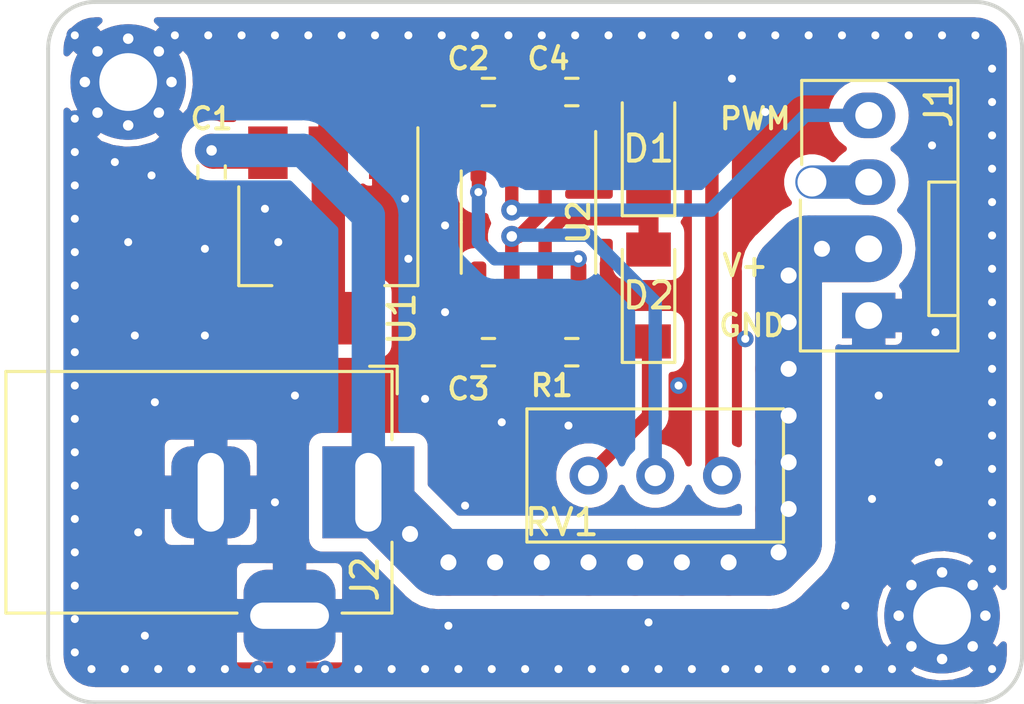
<source format=kicad_pcb>
(kicad_pcb (version 20171130) (host pcbnew "(5.1.9)-1")

  (general
    (thickness 1.6)
    (drawings 11)
    (tracks 223)
    (zones 0)
    (modules 14)
    (nets 10)
  )

  (page A4)
  (layers
    (0 F.Cu signal)
    (31 B.Cu signal)
    (32 B.Adhes user)
    (33 F.Adhes user)
    (34 B.Paste user)
    (35 F.Paste user)
    (36 B.SilkS user)
    (37 F.SilkS user)
    (38 B.Mask user)
    (39 F.Mask user)
    (40 Dwgs.User user)
    (41 Cmts.User user)
    (42 Eco1.User user)
    (43 Eco2.User user)
    (44 Edge.Cuts user)
    (45 Margin user)
    (46 B.CrtYd user hide)
    (47 F.CrtYd user)
    (48 B.Fab user)
    (49 F.Fab user hide)
  )

  (setup
    (last_trace_width 0.25)
    (user_trace_width 0.254)
    (user_trace_width 0.508)
    (user_trace_width 0.762)
    (user_trace_width 1.27)
    (trace_clearance 0.2)
    (zone_clearance 0.508)
    (zone_45_only no)
    (trace_min 0.2)
    (via_size 0.8)
    (via_drill 0.4)
    (via_min_size 0.4)
    (via_min_drill 0.3)
    (user_via 0.635 0.3048)
    (user_via 1.27 0.6096)
    (uvia_size 0.3)
    (uvia_drill 0.1)
    (uvias_allowed no)
    (uvia_min_size 0.2)
    (uvia_min_drill 0.1)
    (edge_width 0.05)
    (segment_width 0.2)
    (pcb_text_width 0.3)
    (pcb_text_size 1.5 1.5)
    (mod_edge_width 0.12)
    (mod_text_size 1 1)
    (mod_text_width 0.15)
    (pad_size 1.524 1.524)
    (pad_drill 0.762)
    (pad_to_mask_clearance 0)
    (aux_axis_origin 0 0)
    (grid_origin 63.627 122.428)
    (visible_elements 7FFFFFFF)
    (pcbplotparams
      (layerselection 0x010fc_ffffffff)
      (usegerberextensions false)
      (usegerberattributes true)
      (usegerberadvancedattributes true)
      (creategerberjobfile true)
      (excludeedgelayer true)
      (linewidth 0.100000)
      (plotframeref false)
      (viasonmask false)
      (mode 1)
      (useauxorigin false)
      (hpglpennumber 1)
      (hpglpenspeed 20)
      (hpglpendiameter 15.000000)
      (psnegative false)
      (psa4output false)
      (plotreference true)
      (plotvalue true)
      (plotinvisibletext false)
      (padsonsilk false)
      (subtractmaskfromsilk false)
      (outputformat 1)
      (mirror false)
      (drillshape 1)
      (scaleselection 1)
      (outputdirectory ""))
  )

  (net 0 "")
  (net 1 GND)
  (net 2 +3V3)
  (net 3 "Net-(C3-Pad1)")
  (net 4 "Net-(C4-Pad1)")
  (net 5 "Net-(D1-Pad2)")
  (net 6 "Net-(D1-Pad1)")
  (net 7 "Net-(D2-Pad1)")
  (net 8 /PWM_OUT)
  (net 9 VBUS)

  (net_class Default "This is the default net class."
    (clearance 0.2)
    (trace_width 0.25)
    (via_dia 0.8)
    (via_drill 0.4)
    (uvia_dia 0.3)
    (uvia_drill 0.1)
    (add_net +3V3)
    (add_net /PWM_OUT)
    (add_net GND)
    (add_net "Net-(C3-Pad1)")
    (add_net "Net-(C4-Pad1)")
    (add_net "Net-(D1-Pad1)")
    (add_net "Net-(D1-Pad2)")
    (add_net "Net-(D2-Pad1)")
    (add_net VBUS)
  )

  (module MountingHole:MountingHole_2.2mm_M2_Pad_Via (layer F.Cu) (tedit 56DDB9C7) (tstamp 6051DF37)
    (at 97.663 119.126)
    (descr "Mounting Hole 2.2mm, M2")
    (tags "mounting hole 2.2mm m2")
    (path /6054AA7D)
    (attr virtual)
    (fp_text reference M3_4 (at 0 -3.2) (layer F.SilkS) hide
      (effects (font (size 1 1) (thickness 0.15)))
    )
    (fp_text value TestPoint (at 0 3.2) (layer F.Fab)
      (effects (font (size 1 1) (thickness 0.15)))
    )
    (fp_circle (center 0 0) (end 2.45 0) (layer F.CrtYd) (width 0.05))
    (fp_circle (center 0 0) (end 2.2 0) (layer Cmts.User) (width 0.15))
    (fp_text user %R (at 0.3 0) (layer F.Fab)
      (effects (font (size 1 1) (thickness 0.15)))
    )
    (pad 1 thru_hole circle (at 1.166726 -1.166726) (size 0.7 0.7) (drill 0.4) (layers *.Cu *.Mask)
      (net 1 GND))
    (pad 1 thru_hole circle (at 0 -1.65) (size 0.7 0.7) (drill 0.4) (layers *.Cu *.Mask)
      (net 1 GND))
    (pad 1 thru_hole circle (at -1.166726 -1.166726) (size 0.7 0.7) (drill 0.4) (layers *.Cu *.Mask)
      (net 1 GND))
    (pad 1 thru_hole circle (at -1.65 0) (size 0.7 0.7) (drill 0.4) (layers *.Cu *.Mask)
      (net 1 GND))
    (pad 1 thru_hole circle (at -1.166726 1.166726) (size 0.7 0.7) (drill 0.4) (layers *.Cu *.Mask)
      (net 1 GND))
    (pad 1 thru_hole circle (at 0 1.65) (size 0.7 0.7) (drill 0.4) (layers *.Cu *.Mask)
      (net 1 GND))
    (pad 1 thru_hole circle (at 1.166726 1.166726) (size 0.7 0.7) (drill 0.4) (layers *.Cu *.Mask)
      (net 1 GND))
    (pad 1 thru_hole circle (at 1.65 0) (size 0.7 0.7) (drill 0.4) (layers *.Cu *.Mask)
      (net 1 GND))
    (pad 1 thru_hole circle (at 0 0) (size 4.4 4.4) (drill 2.2) (layers *.Cu *.Mask)
      (net 1 GND))
  )

  (module MountingHole:MountingHole_2.2mm_M2_Pad_Via (layer F.Cu) (tedit 56DDB9C7) (tstamp 6051DD85)
    (at 66.675 98.806)
    (descr "Mounting Hole 2.2mm, M2")
    (tags "mounting hole 2.2mm m2")
    (path /605462E9)
    (attr virtual)
    (fp_text reference M3_1 (at 0 -3.2) (layer F.SilkS) hide
      (effects (font (size 1 1) (thickness 0.15)))
    )
    (fp_text value TestPoint (at 0 3.2) (layer F.Fab)
      (effects (font (size 1 1) (thickness 0.15)))
    )
    (fp_circle (center 0 0) (end 2.45 0) (layer F.CrtYd) (width 0.05))
    (fp_circle (center 0 0) (end 2.2 0) (layer Cmts.User) (width 0.15))
    (fp_text user %R (at 0.3 0) (layer F.Fab)
      (effects (font (size 1 1) (thickness 0.15)))
    )
    (pad 1 thru_hole circle (at 1.166726 -1.166726) (size 0.7 0.7) (drill 0.4) (layers *.Cu *.Mask)
      (net 1 GND))
    (pad 1 thru_hole circle (at 0 -1.65) (size 0.7 0.7) (drill 0.4) (layers *.Cu *.Mask)
      (net 1 GND))
    (pad 1 thru_hole circle (at -1.166726 -1.166726) (size 0.7 0.7) (drill 0.4) (layers *.Cu *.Mask)
      (net 1 GND))
    (pad 1 thru_hole circle (at -1.65 0) (size 0.7 0.7) (drill 0.4) (layers *.Cu *.Mask)
      (net 1 GND))
    (pad 1 thru_hole circle (at -1.166726 1.166726) (size 0.7 0.7) (drill 0.4) (layers *.Cu *.Mask)
      (net 1 GND))
    (pad 1 thru_hole circle (at 0 1.65) (size 0.7 0.7) (drill 0.4) (layers *.Cu *.Mask)
      (net 1 GND))
    (pad 1 thru_hole circle (at 1.166726 1.166726) (size 0.7 0.7) (drill 0.4) (layers *.Cu *.Mask)
      (net 1 GND))
    (pad 1 thru_hole circle (at 1.65 0) (size 0.7 0.7) (drill 0.4) (layers *.Cu *.Mask)
      (net 1 GND))
    (pad 1 thru_hole circle (at 0 0) (size 4.4 4.4) (drill 2.2) (layers *.Cu *.Mask)
      (net 1 GND))
  )

  (module Potentiometer_THT:Potentiometer_Bourns_3296W_Vertical (layer F.Cu) (tedit 5A3D4994) (tstamp 60514E4C)
    (at 84.201 113.792 180)
    (descr "Potentiometer, vertical, Bourns 3296W, https://www.bourns.com/pdfs/3296.pdf")
    (tags "Potentiometer vertical Bourns 3296W")
    (path /6050D644)
    (fp_text reference RV1 (at 1.016 -1.778) (layer F.SilkS)
      (effects (font (size 1 1) (thickness 0.15)))
    )
    (fp_text value 10K (at -2.54 3.67) (layer F.Fab)
      (effects (font (size 1 1) (thickness 0.15)))
    )
    (fp_line (start 2.5 -2.7) (end -7.6 -2.7) (layer F.CrtYd) (width 0.05))
    (fp_line (start 2.5 2.7) (end 2.5 -2.7) (layer F.CrtYd) (width 0.05))
    (fp_line (start -7.6 2.7) (end 2.5 2.7) (layer F.CrtYd) (width 0.05))
    (fp_line (start -7.6 -2.7) (end -7.6 2.7) (layer F.CrtYd) (width 0.05))
    (fp_line (start 2.345 -2.53) (end 2.345 2.54) (layer F.SilkS) (width 0.12))
    (fp_line (start -7.425 -2.53) (end -7.425 2.54) (layer F.SilkS) (width 0.12))
    (fp_line (start -7.425 2.54) (end 2.345 2.54) (layer F.SilkS) (width 0.12))
    (fp_line (start -7.425 -2.53) (end 2.345 -2.53) (layer F.SilkS) (width 0.12))
    (fp_line (start 0.955 2.235) (end 0.956 0.066) (layer F.Fab) (width 0.1))
    (fp_line (start 0.955 2.235) (end 0.956 0.066) (layer F.Fab) (width 0.1))
    (fp_line (start 2.225 -2.41) (end -7.305 -2.41) (layer F.Fab) (width 0.1))
    (fp_line (start 2.225 2.42) (end 2.225 -2.41) (layer F.Fab) (width 0.1))
    (fp_line (start -7.305 2.42) (end 2.225 2.42) (layer F.Fab) (width 0.1))
    (fp_line (start -7.305 -2.41) (end -7.305 2.42) (layer F.Fab) (width 0.1))
    (fp_circle (center 0.955 1.15) (end 2.05 1.15) (layer F.Fab) (width 0.1))
    (fp_text user %R (at -3.175 0.005) (layer F.Fab)
      (effects (font (size 1 1) (thickness 0.15)))
    )
    (pad 3 thru_hole circle (at -5.08 0 180) (size 1.44 1.44) (drill 0.8) (layers *.Cu *.Mask)
      (net 5 "Net-(D1-Pad2)"))
    (pad 2 thru_hole circle (at -2.54 0 180) (size 1.44 1.44) (drill 0.8) (layers *.Cu *.Mask)
      (net 4 "Net-(C4-Pad1)"))
    (pad 1 thru_hole circle (at 0 0 180) (size 1.44 1.44) (drill 0.8) (layers *.Cu *.Mask)
      (net 7 "Net-(D2-Pad1)"))
    (model ${KISYS3DMOD}/Potentiometer_THT.3dshapes/Potentiometer_Bourns_3296W_Vertical.wrl
      (at (xyz 0 0 0))
      (scale (xyz 1 1 1))
      (rotate (xyz 0 0 0))
    )
  )

  (module Diode_SMD:D_MiniMELF (layer F.Cu) (tedit 5905D8F5) (tstamp 6051695F)
    (at 86.487 106.934 90)
    (descr "Diode Mini-MELF (SOD-80)")
    (tags "Diode Mini-MELF (SOD-80)")
    (path /604F23CC)
    (attr smd)
    (fp_text reference D2 (at 0 0 180) (layer F.SilkS)
      (effects (font (size 1 1) (thickness 0.15)))
    )
    (fp_text value 1N4148 (at 0 1.75 90) (layer F.Fab)
      (effects (font (size 1 1) (thickness 0.15)))
    )
    (fp_line (start -2.65 1.1) (end -2.65 -1.1) (layer F.CrtYd) (width 0.05))
    (fp_line (start 2.65 1.1) (end -2.65 1.1) (layer F.CrtYd) (width 0.05))
    (fp_line (start 2.65 -1.1) (end 2.65 1.1) (layer F.CrtYd) (width 0.05))
    (fp_line (start -2.65 -1.1) (end 2.65 -1.1) (layer F.CrtYd) (width 0.05))
    (fp_line (start -0.75 0) (end -0.35 0) (layer F.Fab) (width 0.1))
    (fp_line (start -0.35 0) (end -0.35 -0.55) (layer F.Fab) (width 0.1))
    (fp_line (start -0.35 0) (end -0.35 0.55) (layer F.Fab) (width 0.1))
    (fp_line (start -0.35 0) (end 0.25 -0.4) (layer F.Fab) (width 0.1))
    (fp_line (start 0.25 -0.4) (end 0.25 0.4) (layer F.Fab) (width 0.1))
    (fp_line (start 0.25 0.4) (end -0.35 0) (layer F.Fab) (width 0.1))
    (fp_line (start 0.25 0) (end 0.75 0) (layer F.Fab) (width 0.1))
    (fp_line (start -1.65 -0.8) (end 1.65 -0.8) (layer F.Fab) (width 0.1))
    (fp_line (start -1.65 0.8) (end -1.65 -0.8) (layer F.Fab) (width 0.1))
    (fp_line (start 1.65 0.8) (end -1.65 0.8) (layer F.Fab) (width 0.1))
    (fp_line (start 1.65 -0.8) (end 1.65 0.8) (layer F.Fab) (width 0.1))
    (fp_line (start -2.55 1) (end 1.75 1) (layer F.SilkS) (width 0.12))
    (fp_line (start -2.55 -1) (end -2.55 1) (layer F.SilkS) (width 0.12))
    (fp_line (start 1.75 -1) (end -2.55 -1) (layer F.SilkS) (width 0.12))
    (fp_text user %R (at 0 -2 90) (layer F.Fab)
      (effects (font (size 1 1) (thickness 0.15)))
    )
    (pad 2 smd rect (at 1.75 0 90) (size 1.3 1.7) (layers F.Cu F.Paste F.Mask)
      (net 6 "Net-(D1-Pad1)"))
    (pad 1 smd rect (at -1.75 0 90) (size 1.3 1.7) (layers F.Cu F.Paste F.Mask)
      (net 7 "Net-(D2-Pad1)"))
    (model ${KISYS3DMOD}/Diode_SMD.3dshapes/D_MiniMELF.wrl
      (at (xyz 0 0 0))
      (scale (xyz 1 1 1))
      (rotate (xyz 0 0 0))
    )
  )

  (module Diode_SMD:D_MiniMELF (layer F.Cu) (tedit 5905D8F5) (tstamp 60508AFB)
    (at 86.487 101.346 90)
    (descr "Diode Mini-MELF (SOD-80)")
    (tags "Diode Mini-MELF (SOD-80)")
    (path /604F1C98)
    (attr smd)
    (fp_text reference D1 (at 0 0) (layer F.SilkS)
      (effects (font (size 1 1) (thickness 0.15)))
    )
    (fp_text value 1N4148 (at 0 1.75 90) (layer F.Fab)
      (effects (font (size 1 1) (thickness 0.15)))
    )
    (fp_line (start -2.65 1.1) (end -2.65 -1.1) (layer F.CrtYd) (width 0.05))
    (fp_line (start 2.65 1.1) (end -2.65 1.1) (layer F.CrtYd) (width 0.05))
    (fp_line (start 2.65 -1.1) (end 2.65 1.1) (layer F.CrtYd) (width 0.05))
    (fp_line (start -2.65 -1.1) (end 2.65 -1.1) (layer F.CrtYd) (width 0.05))
    (fp_line (start -0.75 0) (end -0.35 0) (layer F.Fab) (width 0.1))
    (fp_line (start -0.35 0) (end -0.35 -0.55) (layer F.Fab) (width 0.1))
    (fp_line (start -0.35 0) (end -0.35 0.55) (layer F.Fab) (width 0.1))
    (fp_line (start -0.35 0) (end 0.25 -0.4) (layer F.Fab) (width 0.1))
    (fp_line (start 0.25 -0.4) (end 0.25 0.4) (layer F.Fab) (width 0.1))
    (fp_line (start 0.25 0.4) (end -0.35 0) (layer F.Fab) (width 0.1))
    (fp_line (start 0.25 0) (end 0.75 0) (layer F.Fab) (width 0.1))
    (fp_line (start -1.65 -0.8) (end 1.65 -0.8) (layer F.Fab) (width 0.1))
    (fp_line (start -1.65 0.8) (end -1.65 -0.8) (layer F.Fab) (width 0.1))
    (fp_line (start 1.65 0.8) (end -1.65 0.8) (layer F.Fab) (width 0.1))
    (fp_line (start 1.65 -0.8) (end 1.65 0.8) (layer F.Fab) (width 0.1))
    (fp_line (start -2.55 1) (end 1.75 1) (layer F.SilkS) (width 0.12))
    (fp_line (start -2.55 -1) (end -2.55 1) (layer F.SilkS) (width 0.12))
    (fp_line (start 1.75 -1) (end -2.55 -1) (layer F.SilkS) (width 0.12))
    (fp_text user %R (at 0 -2 90) (layer F.Fab)
      (effects (font (size 1 1) (thickness 0.15)))
    )
    (pad 2 smd rect (at 1.75 0 90) (size 1.3 1.7) (layers F.Cu F.Paste F.Mask)
      (net 5 "Net-(D1-Pad2)"))
    (pad 1 smd rect (at -1.75 0 90) (size 1.3 1.7) (layers F.Cu F.Paste F.Mask)
      (net 6 "Net-(D1-Pad1)"))
    (model ${KISYS3DMOD}/Diode_SMD.3dshapes/D_MiniMELF.wrl
      (at (xyz 0 0 0))
      (scale (xyz 1 1 1))
      (rotate (xyz 0 0 0))
    )
  )

  (module Package_SO:SOIC-8_3.9x4.9mm_P1.27mm (layer F.Cu) (tedit 5D9F72B1) (tstamp 605111C4)
    (at 81.915 104.14 270)
    (descr "SOIC, 8 Pin (JEDEC MS-012AA, https://www.analog.com/media/en/package-pcb-resources/package/pkg_pdf/soic_narrow-r/r_8.pdf), generated with kicad-footprint-generator ipc_gullwing_generator.py")
    (tags "SOIC SO")
    (path /604F12B8)
    (attr smd)
    (fp_text reference U2 (at 0 -1.905 90) (layer F.SilkS)
      (effects (font (size 0.8128 0.8128) (thickness 0.1524)))
    )
    (fp_text value NE555P (at 0 3.4 90) (layer F.Fab)
      (effects (font (size 1 1) (thickness 0.15)))
    )
    (fp_line (start 3.7 -2.7) (end -3.7 -2.7) (layer F.CrtYd) (width 0.05))
    (fp_line (start 3.7 2.7) (end 3.7 -2.7) (layer F.CrtYd) (width 0.05))
    (fp_line (start -3.7 2.7) (end 3.7 2.7) (layer F.CrtYd) (width 0.05))
    (fp_line (start -3.7 -2.7) (end -3.7 2.7) (layer F.CrtYd) (width 0.05))
    (fp_line (start -1.95 -1.475) (end -0.975 -2.45) (layer F.Fab) (width 0.1))
    (fp_line (start -1.95 2.45) (end -1.95 -1.475) (layer F.Fab) (width 0.1))
    (fp_line (start 1.95 2.45) (end -1.95 2.45) (layer F.Fab) (width 0.1))
    (fp_line (start 1.95 -2.45) (end 1.95 2.45) (layer F.Fab) (width 0.1))
    (fp_line (start -0.975 -2.45) (end 1.95 -2.45) (layer F.Fab) (width 0.1))
    (fp_line (start 0 -2.56) (end -3.45 -2.56) (layer F.SilkS) (width 0.12))
    (fp_line (start 0 -2.56) (end 1.95 -2.56) (layer F.SilkS) (width 0.12))
    (fp_line (start 0 2.56) (end -1.95 2.56) (layer F.SilkS) (width 0.12))
    (fp_line (start 0 2.56) (end 1.95 2.56) (layer F.SilkS) (width 0.12))
    (fp_text user %R (at 0 0 90) (layer F.Fab)
      (effects (font (size 0.98 0.98) (thickness 0.15)))
    )
    (pad 8 smd roundrect (at 2.475 -1.905 270) (size 1.95 0.6) (layers F.Cu F.Paste F.Mask) (roundrect_rratio 0.25)
      (net 2 +3V3))
    (pad 7 smd roundrect (at 2.475 -0.635 270) (size 1.95 0.6) (layers F.Cu F.Paste F.Mask) (roundrect_rratio 0.25)
      (net 6 "Net-(D1-Pad1)"))
    (pad 6 smd roundrect (at 2.475 0.635 270) (size 1.95 0.6) (layers F.Cu F.Paste F.Mask) (roundrect_rratio 0.25)
      (net 4 "Net-(C4-Pad1)"))
    (pad 5 smd roundrect (at 2.475 1.905 270) (size 1.95 0.6) (layers F.Cu F.Paste F.Mask) (roundrect_rratio 0.25)
      (net 3 "Net-(C3-Pad1)"))
    (pad 4 smd roundrect (at -2.475 1.905 270) (size 1.95 0.6) (layers F.Cu F.Paste F.Mask) (roundrect_rratio 0.25)
      (net 2 +3V3))
    (pad 3 smd roundrect (at -2.475 0.635 270) (size 1.95 0.6) (layers F.Cu F.Paste F.Mask) (roundrect_rratio 0.25)
      (net 8 /PWM_OUT))
    (pad 2 smd roundrect (at -2.475 -0.635 270) (size 1.95 0.6) (layers F.Cu F.Paste F.Mask) (roundrect_rratio 0.25)
      (net 4 "Net-(C4-Pad1)"))
    (pad 1 smd roundrect (at -2.475 -1.905 270) (size 1.95 0.6) (layers F.Cu F.Paste F.Mask) (roundrect_rratio 0.25)
      (net 1 GND))
    (model ${KISYS3DMOD}/Package_SO.3dshapes/SOIC-8_3.9x4.9mm_P1.27mm.wrl
      (at (xyz 0 0 0))
      (scale (xyz 1 1 1))
      (rotate (xyz 0 0 0))
    )
  )

  (module Package_TO_SOT_SMD:SOT-223-3_TabPin2 (layer F.Cu) (tedit 5A02FF57) (tstamp 60511F06)
    (at 74.295 104.648 270)
    (descr "module CMS SOT223 4 pins")
    (tags "CMS SOT")
    (path /604F4E55)
    (attr smd)
    (fp_text reference U1 (at 3.175 -2.794 90) (layer F.SilkS)
      (effects (font (size 1 1) (thickness 0.15)))
    )
    (fp_text value AP1117-33 (at 0 4.5 90) (layer F.Fab)
      (effects (font (size 1 1) (thickness 0.15)))
    )
    (fp_line (start 1.85 -3.35) (end 1.85 3.35) (layer F.Fab) (width 0.1))
    (fp_line (start -1.85 3.35) (end 1.85 3.35) (layer F.Fab) (width 0.1))
    (fp_line (start -4.1 -3.41) (end 1.91 -3.41) (layer F.SilkS) (width 0.12))
    (fp_line (start -0.85 -3.35) (end 1.85 -3.35) (layer F.Fab) (width 0.1))
    (fp_line (start -1.85 3.41) (end 1.91 3.41) (layer F.SilkS) (width 0.12))
    (fp_line (start -1.85 -2.35) (end -1.85 3.35) (layer F.Fab) (width 0.1))
    (fp_line (start -1.85 -2.35) (end -0.85 -3.35) (layer F.Fab) (width 0.1))
    (fp_line (start -4.4 -3.6) (end -4.4 3.6) (layer F.CrtYd) (width 0.05))
    (fp_line (start -4.4 3.6) (end 4.4 3.6) (layer F.CrtYd) (width 0.05))
    (fp_line (start 4.4 3.6) (end 4.4 -3.6) (layer F.CrtYd) (width 0.05))
    (fp_line (start 4.4 -3.6) (end -4.4 -3.6) (layer F.CrtYd) (width 0.05))
    (fp_line (start 1.91 -3.41) (end 1.91 -2.15) (layer F.SilkS) (width 0.12))
    (fp_line (start 1.91 3.41) (end 1.91 2.15) (layer F.SilkS) (width 0.12))
    (fp_text user %R (at 0 0) (layer F.Fab)
      (effects (font (size 0.8 0.8) (thickness 0.12)))
    )
    (pad 1 smd rect (at -3.15 -2.3 270) (size 2 1.5) (layers F.Cu F.Paste F.Mask)
      (net 1 GND))
    (pad 3 smd rect (at -3.15 2.3 270) (size 2 1.5) (layers F.Cu F.Paste F.Mask)
      (net 9 VBUS))
    (pad 2 smd rect (at -3.15 0 270) (size 2 1.5) (layers F.Cu F.Paste F.Mask)
      (net 2 +3V3))
    (pad 2 smd rect (at 3.15 0 270) (size 2 3.8) (layers F.Cu F.Paste F.Mask)
      (net 2 +3V3))
    (model ${KISYS3DMOD}/Package_TO_SOT_SMD.3dshapes/SOT-223.wrl
      (at (xyz 0 0 0))
      (scale (xyz 1 1 1))
      (rotate (xyz 0 0 0))
    )
  )

  (module Resistor_SMD:R_0603_1608Metric (layer F.Cu) (tedit 5F68FEEE) (tstamp 605084FD)
    (at 83.566 109.093 180)
    (descr "Resistor SMD 0603 (1608 Metric), square (rectangular) end terminal, IPC_7351 nominal, (Body size source: IPC-SM-782 page 72, https://www.pcb-3d.com/wordpress/wp-content/uploads/ipc-sm-782a_amendment_1_and_2.pdf), generated with kicad-footprint-generator")
    (tags resistor)
    (path /60505EF6)
    (attr smd)
    (fp_text reference R1 (at 0.762 -1.27 180) (layer F.SilkS)
      (effects (font (size 0.8128 0.8128) (thickness 0.1524)))
    )
    (fp_text value 1K (at 0 1.43) (layer F.Fab)
      (effects (font (size 1 1) (thickness 0.15)))
    )
    (fp_line (start 1.48 0.73) (end -1.48 0.73) (layer F.CrtYd) (width 0.05))
    (fp_line (start 1.48 -0.73) (end 1.48 0.73) (layer F.CrtYd) (width 0.05))
    (fp_line (start -1.48 -0.73) (end 1.48 -0.73) (layer F.CrtYd) (width 0.05))
    (fp_line (start -1.48 0.73) (end -1.48 -0.73) (layer F.CrtYd) (width 0.05))
    (fp_line (start -0.237258 0.5225) (end 0.237258 0.5225) (layer F.SilkS) (width 0.12))
    (fp_line (start -0.237258 -0.5225) (end 0.237258 -0.5225) (layer F.SilkS) (width 0.12))
    (fp_line (start 0.8 0.4125) (end -0.8 0.4125) (layer F.Fab) (width 0.1))
    (fp_line (start 0.8 -0.4125) (end 0.8 0.4125) (layer F.Fab) (width 0.1))
    (fp_line (start -0.8 -0.4125) (end 0.8 -0.4125) (layer F.Fab) (width 0.1))
    (fp_line (start -0.8 0.4125) (end -0.8 -0.4125) (layer F.Fab) (width 0.1))
    (fp_text user %R (at 0 0) (layer F.Fab)
      (effects (font (size 0.4 0.4) (thickness 0.06)))
    )
    (pad 2 smd roundrect (at 0.825 0 180) (size 0.8 0.95) (layers F.Cu F.Paste F.Mask) (roundrect_rratio 0.25)
      (net 6 "Net-(D1-Pad1)"))
    (pad 1 smd roundrect (at -0.825 0 180) (size 0.8 0.95) (layers F.Cu F.Paste F.Mask) (roundrect_rratio 0.25)
      (net 2 +3V3))
    (model ${KISYS3DMOD}/Resistor_SMD.3dshapes/R_0603_1608Metric.wrl
      (at (xyz 0 0 0))
      (scale (xyz 1 1 1))
      (rotate (xyz 0 0 0))
    )
  )

  (module Connector_BarrelJack:BarrelJack_Horizontal (layer F.Cu) (tedit 5A1DBF6A) (tstamp 605084C4)
    (at 75.819 114.427)
    (descr "DC Barrel Jack")
    (tags "Power Jack")
    (path /605149AE)
    (fp_text reference J2 (at -0.127 3.302 90) (layer F.SilkS)
      (effects (font (size 1 1) (thickness 0.15)))
    )
    (fp_text value Barrel_Jack_Switch (at -6.2 -5.5) (layer F.Fab)
      (effects (font (size 1 1) (thickness 0.15)))
    )
    (fp_line (start 0 -4.5) (end -13.7 -4.5) (layer F.Fab) (width 0.1))
    (fp_line (start 0.8 4.5) (end 0.8 -3.75) (layer F.Fab) (width 0.1))
    (fp_line (start -13.7 4.5) (end 0.8 4.5) (layer F.Fab) (width 0.1))
    (fp_line (start -13.7 -4.5) (end -13.7 4.5) (layer F.Fab) (width 0.1))
    (fp_line (start -10.2 -4.5) (end -10.2 4.5) (layer F.Fab) (width 0.1))
    (fp_line (start 0.9 -4.6) (end 0.9 -2) (layer F.SilkS) (width 0.12))
    (fp_line (start -13.8 -4.6) (end 0.9 -4.6) (layer F.SilkS) (width 0.12))
    (fp_line (start 0.9 4.6) (end -1 4.6) (layer F.SilkS) (width 0.12))
    (fp_line (start 0.9 1.9) (end 0.9 4.6) (layer F.SilkS) (width 0.12))
    (fp_line (start -13.8 4.6) (end -13.8 -4.6) (layer F.SilkS) (width 0.12))
    (fp_line (start -5 4.6) (end -13.8 4.6) (layer F.SilkS) (width 0.12))
    (fp_line (start -14 4.75) (end -14 -4.75) (layer F.CrtYd) (width 0.05))
    (fp_line (start -5 4.75) (end -14 4.75) (layer F.CrtYd) (width 0.05))
    (fp_line (start -5 6.75) (end -5 4.75) (layer F.CrtYd) (width 0.05))
    (fp_line (start -1 6.75) (end -5 6.75) (layer F.CrtYd) (width 0.05))
    (fp_line (start -1 4.75) (end -1 6.75) (layer F.CrtYd) (width 0.05))
    (fp_line (start 1 4.75) (end -1 4.75) (layer F.CrtYd) (width 0.05))
    (fp_line (start 1 2) (end 1 4.75) (layer F.CrtYd) (width 0.05))
    (fp_line (start 2 2) (end 1 2) (layer F.CrtYd) (width 0.05))
    (fp_line (start 2 -2) (end 2 2) (layer F.CrtYd) (width 0.05))
    (fp_line (start 1 -2) (end 2 -2) (layer F.CrtYd) (width 0.05))
    (fp_line (start 1 -4.5) (end 1 -2) (layer F.CrtYd) (width 0.05))
    (fp_line (start 1 -4.75) (end -14 -4.75) (layer F.CrtYd) (width 0.05))
    (fp_line (start 1 -4.5) (end 1 -4.75) (layer F.CrtYd) (width 0.05))
    (fp_line (start 0.05 -4.8) (end 1.1 -4.8) (layer F.SilkS) (width 0.12))
    (fp_line (start 1.1 -3.75) (end 1.1 -4.8) (layer F.SilkS) (width 0.12))
    (fp_line (start -0.003213 -4.505425) (end 0.8 -3.75) (layer F.Fab) (width 0.1))
    (fp_text user %R (at -3 -2.95) (layer F.Fab)
      (effects (font (size 1 1) (thickness 0.15)))
    )
    (pad 3 thru_hole roundrect (at -3 4.7) (size 3.5 3.5) (drill oval 3 1) (layers *.Cu *.Mask) (roundrect_rratio 0.25)
      (net 1 GND))
    (pad 2 thru_hole roundrect (at -6 0) (size 3 3.5) (drill oval 1 3) (layers *.Cu *.Mask) (roundrect_rratio 0.25)
      (net 1 GND))
    (pad 1 thru_hole rect (at 0 0) (size 3.5 3.5) (drill oval 1 3) (layers *.Cu *.Mask)
      (net 9 VBUS))
    (model ${KISYS3DMOD}/Connector_BarrelJack.3dshapes/BarrelJack_Horizontal.wrl
      (at (xyz 0 0 0))
      (scale (xyz 1 1 1))
      (rotate (xyz 0 0 0))
    )
  )

  (module Connector:FanPinHeader_1x04_P2.54mm_Vertical (layer F.Cu) (tedit 5A19DE55) (tstamp 60511BF4)
    (at 94.869 107.696 90)
    (descr "4-pin CPU fan Through hole pin header, e.g. for Wieson part number 2366C888-007 Molex 47053-1000, Foxconn HF27040-M1, Tyco 1470947-1 or equivalent, see http://www.formfactors.org/developer%5Cspecs%5Crev1_2_public.pdf")
    (tags "pin header 4-pin CPU fan")
    (path /604F39D3)
    (fp_text reference J1 (at 8.001 2.667 90) (layer F.SilkS)
      (effects (font (size 1 1) (thickness 0.15)))
    )
    (fp_text value Conn_01x04 (at 4.05 4.35 90) (layer F.Fab)
      (effects (font (size 1 1) (thickness 0.15)))
    )
    (fp_line (start 9.35 -3.2) (end 9.35 3.8) (layer F.CrtYd) (width 0.05))
    (fp_line (start 9.35 -3.2) (end -1.75 -3.2) (layer F.CrtYd) (width 0.05))
    (fp_line (start -1.75 3.8) (end 9.35 3.8) (layer F.CrtYd) (width 0.05))
    (fp_line (start -1.75 3.8) (end -1.75 -3.2) (layer F.CrtYd) (width 0.05))
    (fp_line (start 5.08 2.29) (end 5.08 3.3) (layer F.SilkS) (width 0.12))
    (fp_line (start 0 2.29) (end 5.08 2.29) (layer F.SilkS) (width 0.12))
    (fp_line (start 0 3.3) (end 0 2.29) (layer F.SilkS) (width 0.12))
    (fp_line (start -1.25 -2.5) (end 4.4 -2.5) (layer F.Fab) (width 0.1))
    (fp_line (start -1.25 3.3) (end -1.25 -2.5) (layer F.Fab) (width 0.1))
    (fp_line (start -1.2 3.3) (end -1.25 3.3) (layer F.Fab) (width 0.1))
    (fp_line (start 8.85 3.3) (end -1.2 3.3) (layer F.Fab) (width 0.1))
    (fp_line (start 8.85 -2.5) (end 8.85 3.3) (layer F.Fab) (width 0.1))
    (fp_line (start 5.75 -2.5) (end 8.85 -2.5) (layer F.Fab) (width 0.1))
    (fp_line (start 0 2.3) (end 0 3.3) (layer F.Fab) (width 0.1))
    (fp_line (start 5.1 2.3) (end 0 2.3) (layer F.Fab) (width 0.1))
    (fp_line (start 5.1 3.3) (end 5.1 2.3) (layer F.Fab) (width 0.1))
    (fp_line (start -1.35 3.4) (end -1.35 -2.6) (layer F.SilkS) (width 0.12))
    (fp_line (start 8.95 3.4) (end -1.35 3.4) (layer F.SilkS) (width 0.12))
    (fp_line (start 8.95 -2.55) (end 8.95 3.4) (layer F.SilkS) (width 0.12))
    (fp_line (start 5.75 -2.55) (end 8.95 -2.55) (layer F.SilkS) (width 0.12))
    (fp_line (start -1.35 -2.6) (end 4.4 -2.6) (layer F.SilkS) (width 0.12))
    (fp_text user %R (at 1.85 -1.75 90) (layer F.Fab)
      (effects (font (size 1 1) (thickness 0.15)))
    )
    (pad "" np_thru_hole circle (at 5.08 -2.16 180) (size 1.1 1.1) (drill 1.1) (layers *.Cu *.Mask))
    (pad 4 thru_hole oval (at 7.62 0 180) (size 2.03 1.73) (drill 1.02) (layers *.Cu *.Mask)
      (net 8 /PWM_OUT))
    (pad 3 thru_hole oval (at 5.08 0 180) (size 2.03 1.73) (drill 1.02) (layers *.Cu *.Mask))
    (pad 2 thru_hole oval (at 2.54 0 180) (size 2.03 1.73) (drill 1.02) (layers *.Cu *.Mask)
      (net 9 VBUS))
    (pad 1 thru_hole rect (at 0 0 180) (size 2.03 1.73) (drill 1.02) (layers *.Cu *.Mask)
      (net 1 GND))
    (model ${KISYS3DMOD}/Connector.3dshapes/FanPinHeader_1x04_P2.54mm_Vertical.wrl
      (at (xyz 0 0 0))
      (scale (xyz 1 1 1))
      (rotate (xyz 0 0 0))
    )
  )

  (module Resistor_SMD:R_0603_1608Metric (layer F.Cu) (tedit 5F68FEEE) (tstamp 60508444)
    (at 83.566 99.187)
    (descr "Resistor SMD 0603 (1608 Metric), square (rectangular) end terminal, IPC_7351 nominal, (Body size source: IPC-SM-782 page 72, https://www.pcb-3d.com/wordpress/wp-content/uploads/ipc-sm-782a_amendment_1_and_2.pdf), generated with kicad-footprint-generator")
    (tags resistor)
    (path /604F3119)
    (attr smd)
    (fp_text reference C4 (at -0.889 -1.27) (layer F.SilkS)
      (effects (font (size 0.8128 0.8128) (thickness 0.1524)))
    )
    (fp_text value 104 (at 0 1.43) (layer F.Fab)
      (effects (font (size 1 1) (thickness 0.15)))
    )
    (fp_line (start 1.48 0.73) (end -1.48 0.73) (layer F.CrtYd) (width 0.05))
    (fp_line (start 1.48 -0.73) (end 1.48 0.73) (layer F.CrtYd) (width 0.05))
    (fp_line (start -1.48 -0.73) (end 1.48 -0.73) (layer F.CrtYd) (width 0.05))
    (fp_line (start -1.48 0.73) (end -1.48 -0.73) (layer F.CrtYd) (width 0.05))
    (fp_line (start -0.237258 0.5225) (end 0.237258 0.5225) (layer F.SilkS) (width 0.12))
    (fp_line (start -0.237258 -0.5225) (end 0.237258 -0.5225) (layer F.SilkS) (width 0.12))
    (fp_line (start 0.8 0.4125) (end -0.8 0.4125) (layer F.Fab) (width 0.1))
    (fp_line (start 0.8 -0.4125) (end 0.8 0.4125) (layer F.Fab) (width 0.1))
    (fp_line (start -0.8 -0.4125) (end 0.8 -0.4125) (layer F.Fab) (width 0.1))
    (fp_line (start -0.8 0.4125) (end -0.8 -0.4125) (layer F.Fab) (width 0.1))
    (fp_text user %R (at 0 0) (layer F.Fab)
      (effects (font (size 0.4 0.4) (thickness 0.06)))
    )
    (pad 2 smd roundrect (at 0.825 0) (size 0.8 0.95) (layers F.Cu F.Paste F.Mask) (roundrect_rratio 0.25)
      (net 1 GND))
    (pad 1 smd roundrect (at -0.825 0) (size 0.8 0.95) (layers F.Cu F.Paste F.Mask) (roundrect_rratio 0.25)
      (net 4 "Net-(C4-Pad1)"))
    (model ${KISYS3DMOD}/Resistor_SMD.3dshapes/R_0603_1608Metric.wrl
      (at (xyz 0 0 0))
      (scale (xyz 1 1 1))
      (rotate (xyz 0 0 0))
    )
  )

  (module Resistor_SMD:R_0603_1608Metric (layer F.Cu) (tedit 5F68FEEE) (tstamp 60508433)
    (at 80.391 109.093)
    (descr "Resistor SMD 0603 (1608 Metric), square (rectangular) end terminal, IPC_7351 nominal, (Body size source: IPC-SM-782 page 72, https://www.pcb-3d.com/wordpress/wp-content/uploads/ipc-sm-782a_amendment_1_and_2.pdf), generated with kicad-footprint-generator")
    (tags resistor)
    (path /604F7228)
    (attr smd)
    (fp_text reference C3 (at -0.762 1.397 180) (layer F.SilkS)
      (effects (font (size 0.8128 0.8128) (thickness 0.1524)))
    )
    (fp_text value 104 (at 0 1.43) (layer F.Fab)
      (effects (font (size 1 1) (thickness 0.15)))
    )
    (fp_line (start 1.48 0.73) (end -1.48 0.73) (layer F.CrtYd) (width 0.05))
    (fp_line (start 1.48 -0.73) (end 1.48 0.73) (layer F.CrtYd) (width 0.05))
    (fp_line (start -1.48 -0.73) (end 1.48 -0.73) (layer F.CrtYd) (width 0.05))
    (fp_line (start -1.48 0.73) (end -1.48 -0.73) (layer F.CrtYd) (width 0.05))
    (fp_line (start -0.237258 0.5225) (end 0.237258 0.5225) (layer F.SilkS) (width 0.12))
    (fp_line (start -0.237258 -0.5225) (end 0.237258 -0.5225) (layer F.SilkS) (width 0.12))
    (fp_line (start 0.8 0.4125) (end -0.8 0.4125) (layer F.Fab) (width 0.1))
    (fp_line (start 0.8 -0.4125) (end 0.8 0.4125) (layer F.Fab) (width 0.1))
    (fp_line (start -0.8 -0.4125) (end 0.8 -0.4125) (layer F.Fab) (width 0.1))
    (fp_line (start -0.8 0.4125) (end -0.8 -0.4125) (layer F.Fab) (width 0.1))
    (fp_text user %R (at 0 0) (layer F.Fab)
      (effects (font (size 0.4 0.4) (thickness 0.06)))
    )
    (pad 2 smd roundrect (at 0.825 0) (size 0.8 0.95) (layers F.Cu F.Paste F.Mask) (roundrect_rratio 0.25)
      (net 1 GND))
    (pad 1 smd roundrect (at -0.825 0) (size 0.8 0.95) (layers F.Cu F.Paste F.Mask) (roundrect_rratio 0.25)
      (net 3 "Net-(C3-Pad1)"))
    (model ${KISYS3DMOD}/Resistor_SMD.3dshapes/R_0603_1608Metric.wrl
      (at (xyz 0 0 0))
      (scale (xyz 1 1 1))
      (rotate (xyz 0 0 0))
    )
  )

  (module Resistor_SMD:R_0603_1608Metric (layer F.Cu) (tedit 5F68FEEE) (tstamp 60508422)
    (at 80.391 99.187)
    (descr "Resistor SMD 0603 (1608 Metric), square (rectangular) end terminal, IPC_7351 nominal, (Body size source: IPC-SM-782 page 72, https://www.pcb-3d.com/wordpress/wp-content/uploads/ipc-sm-782a_amendment_1_and_2.pdf), generated with kicad-footprint-generator")
    (tags resistor)
    (path /6051BA15)
    (attr smd)
    (fp_text reference C2 (at -0.762 -1.27 180) (layer F.SilkS)
      (effects (font (size 0.8128 0.8128) (thickness 0.1524)))
    )
    (fp_text value 104 (at 0 1.43) (layer F.Fab)
      (effects (font (size 1 1) (thickness 0.15)))
    )
    (fp_line (start 1.48 0.73) (end -1.48 0.73) (layer F.CrtYd) (width 0.05))
    (fp_line (start 1.48 -0.73) (end 1.48 0.73) (layer F.CrtYd) (width 0.05))
    (fp_line (start -1.48 -0.73) (end 1.48 -0.73) (layer F.CrtYd) (width 0.05))
    (fp_line (start -1.48 0.73) (end -1.48 -0.73) (layer F.CrtYd) (width 0.05))
    (fp_line (start -0.237258 0.5225) (end 0.237258 0.5225) (layer F.SilkS) (width 0.12))
    (fp_line (start -0.237258 -0.5225) (end 0.237258 -0.5225) (layer F.SilkS) (width 0.12))
    (fp_line (start 0.8 0.4125) (end -0.8 0.4125) (layer F.Fab) (width 0.1))
    (fp_line (start 0.8 -0.4125) (end 0.8 0.4125) (layer F.Fab) (width 0.1))
    (fp_line (start -0.8 -0.4125) (end 0.8 -0.4125) (layer F.Fab) (width 0.1))
    (fp_line (start -0.8 0.4125) (end -0.8 -0.4125) (layer F.Fab) (width 0.1))
    (fp_text user %R (at 0 0) (layer F.Fab)
      (effects (font (size 0.4 0.4) (thickness 0.06)))
    )
    (pad 2 smd roundrect (at 0.825 0) (size 0.8 0.95) (layers F.Cu F.Paste F.Mask) (roundrect_rratio 0.25)
      (net 1 GND))
    (pad 1 smd roundrect (at -0.825 0) (size 0.8 0.95) (layers F.Cu F.Paste F.Mask) (roundrect_rratio 0.25)
      (net 2 +3V3))
    (model ${KISYS3DMOD}/Resistor_SMD.3dshapes/R_0603_1608Metric.wrl
      (at (xyz 0 0 0))
      (scale (xyz 1 1 1))
      (rotate (xyz 0 0 0))
    )
  )

  (module Resistor_SMD:R_0603_1608Metric (layer F.Cu) (tedit 5F68FEEE) (tstamp 60508411)
    (at 69.85 102.235 270)
    (descr "Resistor SMD 0603 (1608 Metric), square (rectangular) end terminal, IPC_7351 nominal, (Body size source: IPC-SM-782 page 72, https://www.pcb-3d.com/wordpress/wp-content/uploads/ipc-sm-782a_amendment_1_and_2.pdf), generated with kicad-footprint-generator")
    (tags resistor)
    (path /604FC3F2)
    (attr smd)
    (fp_text reference C1 (at -2.032 0 180) (layer F.SilkS)
      (effects (font (size 0.8128 0.8128) (thickness 0.1524)))
    )
    (fp_text value 104 (at 0 1.43 90) (layer F.Fab)
      (effects (font (size 1 1) (thickness 0.15)))
    )
    (fp_line (start 1.48 0.73) (end -1.48 0.73) (layer F.CrtYd) (width 0.05))
    (fp_line (start 1.48 -0.73) (end 1.48 0.73) (layer F.CrtYd) (width 0.05))
    (fp_line (start -1.48 -0.73) (end 1.48 -0.73) (layer F.CrtYd) (width 0.05))
    (fp_line (start -1.48 0.73) (end -1.48 -0.73) (layer F.CrtYd) (width 0.05))
    (fp_line (start -0.237258 0.5225) (end 0.237258 0.5225) (layer F.SilkS) (width 0.12))
    (fp_line (start -0.237258 -0.5225) (end 0.237258 -0.5225) (layer F.SilkS) (width 0.12))
    (fp_line (start 0.8 0.4125) (end -0.8 0.4125) (layer F.Fab) (width 0.1))
    (fp_line (start 0.8 -0.4125) (end 0.8 0.4125) (layer F.Fab) (width 0.1))
    (fp_line (start -0.8 -0.4125) (end 0.8 -0.4125) (layer F.Fab) (width 0.1))
    (fp_line (start -0.8 0.4125) (end -0.8 -0.4125) (layer F.Fab) (width 0.1))
    (fp_text user %R (at 0 0 90) (layer F.Fab)
      (effects (font (size 0.4 0.4) (thickness 0.06)))
    )
    (pad 2 smd roundrect (at 0.825 0 270) (size 0.8 0.95) (layers F.Cu F.Paste F.Mask) (roundrect_rratio 0.25)
      (net 1 GND))
    (pad 1 smd roundrect (at -0.825 0 270) (size 0.8 0.95) (layers F.Cu F.Paste F.Mask) (roundrect_rratio 0.25)
      (net 9 VBUS))
    (model ${KISYS3DMOD}/Resistor_SMD.3dshapes/R_0603_1608Metric.wrl
      (at (xyz 0 0 0))
      (scale (xyz 1 1 1))
      (rotate (xyz 0 0 0))
    )
  )

  (gr_text GND (at 90.424 108.077) (layer F.SilkS)
    (effects (font (size 0.8128 0.8128) (thickness 0.1524)))
  )
  (gr_text V+ (at 90.17 105.791) (layer F.SilkS)
    (effects (font (size 0.8128 0.8128) (thickness 0.1524)))
  )
  (gr_text "PWM\n" (at 90.551 100.203) (layer F.SilkS)
    (effects (font (size 0.8128 0.8128) (thickness 0.1524)))
  )
  (gr_arc (start 98.933 97.536) (end 100.711 97.536) (angle -90) (layer Edge.Cuts) (width 0.15) (tstamp 6051E917))
  (gr_arc (start 98.933 120.65) (end 98.933 122.428) (angle -90) (layer Edge.Cuts) (width 0.15) (tstamp 6051E917))
  (gr_arc (start 65.405 120.65) (end 63.627 120.65) (angle -90) (layer Edge.Cuts) (width 0.15) (tstamp 6051E917))
  (gr_arc (start 65.405 97.536) (end 65.405 95.758) (angle -90) (layer Edge.Cuts) (width 0.15))
  (gr_line (start 63.627 120.65) (end 63.627 97.536) (layer Edge.Cuts) (width 0.15))
  (gr_line (start 98.933 122.428) (end 65.405 122.428) (layer Edge.Cuts) (width 0.15))
  (gr_line (start 100.711 97.536) (end 100.711 120.65) (layer Edge.Cuts) (width 0.15))
  (gr_line (start 65.405 95.758) (end 98.933 95.758) (layer Edge.Cuts) (width 0.15))

  (segment (start 94.869 102.616) (end 92.709 102.616) (width 1.27) (layer B.Cu) (net 0))
  (via (at 90.17 108.585) (size 0.635) (drill 0.3048) (layers F.Cu B.Cu) (net 0))
  (via (at 74.168 121.158) (size 0.635) (drill 0.3048) (layers F.Cu B.Cu) (net 1))
  (via (at 71.628 121.158) (size 0.635) (drill 0.3048) (layers F.Cu B.Cu) (net 1))
  (via (at 64.643 100.203) (size 0.635) (drill 0.3048) (layers F.Cu B.Cu) (net 1))
  (via (at 64.643 97.028) (size 0.635) (drill 0.3048) (layers F.Cu B.Cu) (net 1))
  (via (at 69.723 97.028) (size 0.635) (drill 0.3048) (layers F.Cu B.Cu) (net 1))
  (via (at 70.993 97.028) (size 0.635) (drill 0.3048) (layers F.Cu B.Cu) (net 1))
  (via (at 72.263 97.028) (size 0.635) (drill 0.3048) (layers F.Cu B.Cu) (net 1))
  (via (at 73.533 97.028) (size 0.635) (drill 0.3048) (layers F.Cu B.Cu) (net 1))
  (via (at 74.803 97.028) (size 0.635) (drill 0.3048) (layers F.Cu B.Cu) (net 1))
  (via (at 76.073 97.028) (size 0.635) (drill 0.3048) (layers F.Cu B.Cu) (net 1))
  (via (at 77.343 97.028) (size 0.635) (drill 0.3048) (layers F.Cu B.Cu) (net 1))
  (via (at 78.613 97.028) (size 0.635) (drill 0.3048) (layers F.Cu B.Cu) (net 1))
  (via (at 79.883 97.028) (size 0.635) (drill 0.3048) (layers F.Cu B.Cu) (net 1))
  (via (at 81.153 97.028) (size 0.635) (drill 0.3048) (layers F.Cu B.Cu) (net 1))
  (via (at 82.423 97.028) (size 0.635) (drill 0.3048) (layers F.Cu B.Cu) (net 1))
  (via (at 83.693 97.028) (size 0.635) (drill 0.3048) (layers F.Cu B.Cu) (net 1))
  (via (at 86.233 97.028) (size 0.635) (drill 0.3048) (layers F.Cu B.Cu) (net 1))
  (via (at 84.963 97.028) (size 0.635) (drill 0.3048) (layers F.Cu B.Cu) (net 1))
  (via (at 87.503 97.028) (size 0.635) (drill 0.3048) (layers F.Cu B.Cu) (net 1))
  (via (at 88.773 97.028) (size 0.635) (drill 0.3048) (layers F.Cu B.Cu) (net 1))
  (via (at 90.043 97.028) (size 0.635) (drill 0.3048) (layers F.Cu B.Cu) (net 1))
  (via (at 91.313 97.028) (size 0.635) (drill 0.3048) (layers F.Cu B.Cu) (net 1))
  (via (at 92.583 97.028) (size 0.635) (drill 0.3048) (layers F.Cu B.Cu) (net 1))
  (via (at 93.853 97.028) (size 0.635) (drill 0.3048) (layers F.Cu B.Cu) (net 1))
  (via (at 95.123 97.028) (size 0.635) (drill 0.3048) (layers F.Cu B.Cu) (net 1))
  (via (at 96.393 97.028) (size 0.635) (drill 0.3048) (layers F.Cu B.Cu) (net 1))
  (via (at 97.663 97.028) (size 0.635) (drill 0.3048) (layers F.Cu B.Cu) (net 1))
  (via (at 98.933 97.028) (size 0.635) (drill 0.3048) (layers F.Cu B.Cu) (net 1))
  (via (at 99.568 98.298) (size 0.635) (drill 0.3048) (layers F.Cu B.Cu) (net 1))
  (via (at 99.568 99.568) (size 0.635) (drill 0.3048) (layers F.Cu B.Cu) (net 1))
  (via (at 99.568 100.838) (size 0.635) (drill 0.3048) (layers F.Cu B.Cu) (net 1))
  (via (at 99.568 102.108) (size 0.635) (drill 0.3048) (layers F.Cu B.Cu) (net 1))
  (via (at 99.568 103.378) (size 0.635) (drill 0.3048) (layers F.Cu B.Cu) (net 1))
  (via (at 99.568 104.648) (size 0.635) (drill 0.3048) (layers F.Cu B.Cu) (net 1))
  (via (at 99.568 105.918) (size 0.635) (drill 0.3048) (layers F.Cu B.Cu) (net 1))
  (via (at 99.568 107.188) (size 0.635) (drill 0.3048) (layers F.Cu B.Cu) (net 1))
  (via (at 99.568 108.458) (size 0.635) (drill 0.3048) (layers F.Cu B.Cu) (net 1))
  (via (at 99.568 109.728) (size 0.635) (drill 0.3048) (layers F.Cu B.Cu) (net 1))
  (via (at 99.568 110.998) (size 0.635) (drill 0.3048) (layers F.Cu B.Cu) (net 1))
  (via (at 99.568 112.268) (size 0.635) (drill 0.3048) (layers F.Cu B.Cu) (net 1))
  (via (at 99.568 113.538) (size 0.635) (drill 0.3048) (layers F.Cu B.Cu) (net 1))
  (via (at 99.568 114.808) (size 0.635) (drill 0.3048) (layers F.Cu B.Cu) (net 1))
  (via (at 99.568 116.078) (size 0.635) (drill 0.3048) (layers F.Cu B.Cu) (net 1))
  (via (at 99.568 117.348) (size 0.635) (drill 0.3048) (layers F.Cu B.Cu) (net 1))
  (via (at 99.568 121.158) (size 0.635) (drill 0.3048) (layers F.Cu B.Cu) (net 1))
  (via (at 95.758 121.158) (size 0.635) (drill 0.3048) (layers F.Cu B.Cu) (net 1))
  (via (at 94.488 121.158) (size 0.635) (drill 0.3048) (layers F.Cu B.Cu) (net 1))
  (via (at 93.218 121.158) (size 0.635) (drill 0.3048) (layers F.Cu B.Cu) (net 1))
  (via (at 91.948 121.158) (size 0.635) (drill 0.3048) (layers F.Cu B.Cu) (net 1))
  (via (at 90.678 121.158) (size 0.635) (drill 0.3048) (layers F.Cu B.Cu) (net 1))
  (via (at 89.408 121.158) (size 0.635) (drill 0.3048) (layers F.Cu B.Cu) (net 1))
  (via (at 88.138 121.158) (size 0.635) (drill 0.3048) (layers F.Cu B.Cu) (net 1))
  (via (at 86.868 121.158) (size 0.635) (drill 0.3048) (layers F.Cu B.Cu) (net 1))
  (via (at 85.598 121.158) (size 0.635) (drill 0.3048) (layers F.Cu B.Cu) (net 1))
  (via (at 84.328 121.158) (size 0.635) (drill 0.3048) (layers F.Cu B.Cu) (net 1))
  (via (at 83.058 121.158) (size 0.635) (drill 0.3048) (layers F.Cu B.Cu) (net 1))
  (via (at 81.788 121.158) (size 0.635) (drill 0.3048) (layers F.Cu B.Cu) (net 1))
  (via (at 80.518 121.158) (size 0.635) (drill 0.3048) (layers F.Cu B.Cu) (net 1))
  (via (at 79.248 121.158) (size 0.635) (drill 0.3048) (layers F.Cu B.Cu) (net 1))
  (via (at 77.978 121.158) (size 0.635) (drill 0.3048) (layers F.Cu B.Cu) (net 1))
  (via (at 76.708 121.158) (size 0.635) (drill 0.3048) (layers F.Cu B.Cu) (net 1))
  (via (at 75.438 121.158) (size 0.635) (drill 0.3048) (layers F.Cu B.Cu) (net 1))
  (via (at 72.898 121.158) (size 0.635) (drill 0.3048) (layers F.Cu B.Cu) (net 1))
  (via (at 70.358 121.158) (size 0.635) (drill 0.3048) (layers F.Cu B.Cu) (net 1))
  (via (at 69.088 121.158) (size 0.635) (drill 0.3048) (layers F.Cu B.Cu) (net 1))
  (via (at 67.818 121.158) (size 0.635) (drill 0.3048) (layers F.Cu B.Cu) (net 1))
  (via (at 66.548 121.158) (size 0.635) (drill 0.3048) (layers F.Cu B.Cu) (net 1))
  (via (at 65.278 121.158) (size 0.635) (drill 0.3048) (layers F.Cu B.Cu) (net 1))
  (via (at 64.643 120.523) (size 0.635) (drill 0.3048) (layers F.Cu B.Cu) (net 1))
  (via (at 64.643 119.253) (size 0.635) (drill 0.3048) (layers F.Cu B.Cu) (net 1))
  (via (at 64.643 117.983) (size 0.635) (drill 0.3048) (layers F.Cu B.Cu) (net 1))
  (via (at 64.643 116.713) (size 0.635) (drill 0.3048) (layers F.Cu B.Cu) (net 1))
  (via (at 64.643 115.443) (size 0.635) (drill 0.3048) (layers F.Cu B.Cu) (net 1))
  (via (at 64.643 114.173) (size 0.635) (drill 0.3048) (layers F.Cu B.Cu) (net 1))
  (via (at 64.643 112.903) (size 0.635) (drill 0.3048) (layers F.Cu B.Cu) (net 1))
  (via (at 64.643 111.633) (size 0.635) (drill 0.3048) (layers F.Cu B.Cu) (net 1))
  (via (at 64.643 110.363) (size 0.635) (drill 0.3048) (layers F.Cu B.Cu) (net 1))
  (via (at 64.643 109.093) (size 0.635) (drill 0.3048) (layers F.Cu B.Cu) (net 1))
  (via (at 64.643 107.823) (size 0.635) (drill 0.3048) (layers F.Cu B.Cu) (net 1))
  (via (at 64.643 106.553) (size 0.635) (drill 0.3048) (layers F.Cu B.Cu) (net 1))
  (via (at 64.643 105.283) (size 0.635) (drill 0.3048) (layers F.Cu B.Cu) (net 1))
  (via (at 64.643 104.013) (size 0.635) (drill 0.3048) (layers F.Cu B.Cu) (net 1))
  (via (at 64.643 102.743) (size 0.635) (drill 0.3048) (layers F.Cu B.Cu) (net 1))
  (via (at 64.643 101.473) (size 0.635) (drill 0.3048) (layers F.Cu B.Cu) (net 1))
  (via (at 68.453 97.028) (size 0.635) (drill 0.3048) (layers F.Cu B.Cu) (net 1))
  (segment (start 83.82 99.758) (end 84.391 99.187) (width 0.508) (layer F.Cu) (net 1))
  (segment (start 83.82 101.665) (end 83.82 99.758) (width 0.508) (layer F.Cu) (net 1))
  (segment (start 70.358 121.158) (end 71.628 121.158) (width 0.508) (layer F.Cu) (net 1))
  (segment (start 71.628 121.158) (end 74.168 121.158) (width 0.508) (layer F.Cu) (net 1))
  (segment (start 74.168 121.158) (end 76.708 121.158) (width 0.508) (layer F.Cu) (net 1))
  (segment (start 65.278 100.203) (end 65.508274 99.972726) (width 0.25) (layer F.Cu) (net 1))
  (segment (start 64.643 100.203) (end 65.278 100.203) (width 0.25) (layer F.Cu) (net 1))
  (via (at 66.167 101.854) (size 0.635) (drill 0.3048) (layers F.Cu B.Cu) (net 1))
  (via (at 67.564 102.362) (size 0.635) (drill 0.3048) (layers F.Cu B.Cu) (net 1))
  (via (at 71.882 103.632) (size 0.635) (drill 0.3048) (layers F.Cu B.Cu) (net 1))
  (via (at 72.39 104.902) (size 0.635) (drill 0.3048) (layers F.Cu B.Cu) (net 1))
  (via (at 77.216 103.251) (size 0.635) (drill 0.3048) (layers F.Cu B.Cu) (net 1))
  (via (at 77.343 105.537) (size 0.635) (drill 0.3048) (layers F.Cu B.Cu) (net 1))
  (via (at 78.74 104.267) (size 0.635) (drill 0.3048) (layers F.Cu B.Cu) (net 1))
  (via (at 78.74 107.569) (size 0.635) (drill 0.3048) (layers F.Cu B.Cu) (net 1))
  (via (at 77.978 110.871) (size 0.635) (drill 0.3048) (layers F.Cu B.Cu) (net 1))
  (via (at 79.502 114.935) (size 0.635) (drill 0.3048) (layers F.Cu B.Cu) (net 1))
  (via (at 80.899 111.76) (size 0.635) (drill 0.3048) (layers F.Cu B.Cu) (net 1))
  (via (at 83.439 111.887) (size 0.635) (drill 0.3048) (layers F.Cu B.Cu) (net 1))
  (via (at 87.63 110.363) (size 0.635) (drill 0.3048) (layers F.Cu B.Cu) (net 1))
  (via (at 89.662 98.679) (size 0.635) (drill 0.3048) (layers F.Cu B.Cu) (net 1))
  (via (at 90.932 99.949) (size 0.635) (drill 0.3048) (layers F.Cu B.Cu) (net 1))
  (via (at 97.282 101.219) (size 0.635) (drill 0.3048) (layers F.Cu B.Cu) (net 1))
  (via (at 97.409 108.331) (size 0.635) (drill 0.3048) (layers F.Cu B.Cu) (net 1))
  (via (at 95.25 110.744) (size 0.635) (drill 0.3048) (layers F.Cu B.Cu) (net 1))
  (via (at 97.536 113.284) (size 0.635) (drill 0.3048) (layers F.Cu B.Cu) (net 1))
  (via (at 94.996 114.681) (size 0.635) (drill 0.3048) (layers F.Cu B.Cu) (net 1))
  (via (at 93.98 118.745) (size 0.635) (drill 0.3048) (layers F.Cu B.Cu) (net 1))
  (via (at 86.487 119.38) (size 0.635) (drill 0.3048) (layers F.Cu B.Cu) (net 1))
  (via (at 78.867 119.507) (size 0.635) (drill 0.3048) (layers F.Cu B.Cu) (net 1))
  (via (at 67.31 119.888) (size 0.635) (drill 0.3048) (layers F.Cu B.Cu) (net 1))
  (via (at 67.056 115.951) (size 0.635) (drill 0.3048) (layers F.Cu B.Cu) (net 1))
  (via (at 67.691 110.998) (size 0.635) (drill 0.3048) (layers F.Cu B.Cu) (net 1))
  (via (at 72.263 114.808) (size 0.635) (drill 0.3048) (layers F.Cu B.Cu) (net 1))
  (via (at 73.025 110.744) (size 0.635) (drill 0.3048) (layers F.Cu B.Cu) (net 1))
  (via (at 66.675 104.902) (size 0.635) (drill 0.3048) (layers F.Cu B.Cu) (net 1))
  (via (at 69.596 108.458) (size 0.635) (drill 0.3048) (layers F.Cu B.Cu) (net 1))
  (via (at 66.929 108.458) (size 0.635) (drill 0.3048) (layers F.Cu B.Cu) (net 1))
  (via (at 69.596 105.156) (size 0.635) (drill 0.3048) (layers F.Cu B.Cu) (net 1))
  (segment (start 74.295 101.498) (end 74.295 107.798) (width 1.27) (layer F.Cu) (net 2))
  (segment (start 74.295 101.498) (end 74.295 99.695) (width 0.762) (layer F.Cu) (net 2))
  (segment (start 74.803 99.187) (end 79.566 99.187) (width 0.762) (layer F.Cu) (net 2))
  (segment (start 74.295 99.695) (end 74.803 99.187) (width 0.762) (layer F.Cu) (net 2))
  (segment (start 83.82 108.522) (end 84.391 109.093) (width 0.508) (layer F.Cu) (net 2))
  (segment (start 83.82 106.615) (end 83.82 106.615) (width 0.508) (layer F.Cu) (net 2))
  (segment (start 80.01 99.631) (end 79.566 99.187) (width 0.508) (layer F.Cu) (net 2))
  (segment (start 80.01 101.665) (end 80.01 99.631) (width 0.508) (layer F.Cu) (net 2))
  (segment (start 83.82 106.615) (end 83.82 108.522) (width 0.508) (layer F.Cu) (net 2) (tstamp 6051E999))
  (via (at 80.01 102.997) (size 0.635) (drill 0.3048) (layers F.Cu B.Cu) (net 2))
  (segment (start 80.01 102.997) (end 80.01 101.665) (width 0.508) (layer F.Cu) (net 2))
  (segment (start 80.01 104.902) (end 80.645012 105.537012) (width 0.508) (layer B.Cu) (net 2))
  (segment (start 80.01 102.997) (end 80.01 104.902) (width 0.508) (layer B.Cu) (net 2))
  (via (at 83.82 105.537012) (size 0.635) (drill 0.3048) (layers F.Cu B.Cu) (net 2))
  (segment (start 80.645012 105.537012) (end 83.82 105.537012) (width 0.508) (layer B.Cu) (net 2))
  (segment (start 83.82 105.537012) (end 83.82 106.615) (width 0.508) (layer F.Cu) (net 2))
  (segment (start 80.01 108.649) (end 79.566 109.093) (width 0.508) (layer F.Cu) (net 3))
  (segment (start 80.01 106.615) (end 80.01 108.649) (width 0.508) (layer F.Cu) (net 3))
  (segment (start 82.55 99.378) (end 82.741 99.187) (width 0.508) (layer F.Cu) (net 4))
  (segment (start 82.55 101.665) (end 82.55 99.378) (width 0.508) (layer F.Cu) (net 4))
  (via (at 81.28 104.68299) (size 0.8) (drill 0.4) (layers F.Cu B.Cu) (net 4))
  (segment (start 86.741 113.792) (end 86.741 107.189164) (width 0.508) (layer B.Cu) (net 4))
  (segment (start 81.324504 104.638486) (end 81.28 104.68299) (width 0.508) (layer B.Cu) (net 4))
  (segment (start 86.741 107.189164) (end 84.190322 104.638486) (width 0.508) (layer B.Cu) (net 4))
  (segment (start 82.55 103.676899) (end 81.543909 104.68299) (width 0.508) (layer F.Cu) (net 4))
  (segment (start 82.55 101.665) (end 82.55 103.676899) (width 0.508) (layer F.Cu) (net 4))
  (segment (start 81.543909 104.68299) (end 81.28 104.68299) (width 0.508) (layer F.Cu) (net 4))
  (segment (start 81.28 106.615) (end 81.28 104.68299) (width 0.508) (layer F.Cu) (net 4))
  (segment (start 84.190322 104.638486) (end 81.324504 104.638486) (width 0.508) (layer B.Cu) (net 4))
  (segment (start 87.912 99.596) (end 86.487 99.596) (width 0.508) (layer F.Cu) (net 5))
  (segment (start 88.9 100.584) (end 87.912 99.596) (width 0.508) (layer F.Cu) (net 5))
  (segment (start 88.9 113.411) (end 89.281 113.792) (width 0.508) (layer F.Cu) (net 5))
  (segment (start 88.9 100.584) (end 88.9 113.411) (width 0.508) (layer F.Cu) (net 5))
  (segment (start 82.55 108.902) (end 82.741 109.093) (width 0.508) (layer F.Cu) (net 6))
  (segment (start 82.55 106.615) (end 82.55 108.902) (width 0.508) (layer F.Cu) (net 6))
  (segment (start 86.487 103.096) (end 86.487 105.184) (width 0.762) (layer F.Cu) (net 6))
  (segment (start 82.55 106.615) (end 82.55 104.678177) (width 0.508) (layer F.Cu) (net 6))
  (segment (start 83.215177 104.013) (end 86.487 104.013) (width 0.508) (layer F.Cu) (net 6))
  (segment (start 82.55 104.678177) (end 83.215177 104.013) (width 0.508) (layer F.Cu) (net 6))
  (segment (start 86.487 111.506) (end 84.201 113.792) (width 0.508) (layer F.Cu) (net 7))
  (segment (start 86.487 108.684) (end 86.487 111.506) (width 0.508) (layer F.Cu) (net 7))
  (via (at 81.28 103.682977) (size 0.8) (drill 0.4) (layers F.Cu B.Cu) (net 8))
  (segment (start 81.28 101.665) (end 81.28 103.682977) (width 0.508) (layer F.Cu) (net 8))
  (segment (start 88.849023 103.682977) (end 81.28 103.682977) (width 0.508) (layer B.Cu) (net 8))
  (segment (start 92.456 100.076) (end 88.849023 103.682977) (width 0.508) (layer B.Cu) (net 8))
  (segment (start 94.869 100.076) (end 92.456 100.076) (width 0.508) (layer B.Cu) (net 8))
  (segment (start 92.584 105.156) (end 92.837 105.156) (width 2.54) (layer F.Cu) (net 9) (tstamp 60517A80))
  (segment (start 91.821 105.919) (end 92.584 105.156) (width 2.54) (layer F.Cu) (net 9) (tstamp 60517A81))
  (segment (start 75.819 114.427) (end 77.4065 116.0145) (width 2.54) (layer F.Cu) (net 9) (tstamp 60517A82))
  (segment (start 91.059 117.094) (end 91.44 116.713) (width 2.54) (layer F.Cu) (net 9) (tstamp 60517A83))
  (segment (start 78.486 117.094) (end 78.867 117.094) (width 2.54) (layer F.Cu) (net 9) (tstamp 60517A84))
  (segment (start 91.821 116.332) (end 91.821 115.062) (width 2.54) (layer F.Cu) (net 9) (tstamp 60517A85))
  (segment (start 71.97 101.473) (end 71.995 101.498) (width 1.27) (layer F.Cu) (net 9))
  (segment (start 69.913 101.473) (end 71.97 101.473) (width 1.27) (layer F.Cu) (net 9))
  (segment (start 69.85 101.41) (end 69.913 101.473) (width 1.27) (layer F.Cu) (net 9))
  (via (at 69.85 101.41) (size 0.8) (drill 0.4) (layers F.Cu B.Cu) (net 9))
  (segment (start 75.819 114.427) (end 75.819 103.886) (width 1.27) (layer B.Cu) (net 9))
  (segment (start 73.343 101.41) (end 69.85 101.41) (width 1.27) (layer B.Cu) (net 9))
  (segment (start 75.819 103.886) (end 73.343 101.41) (width 1.27) (layer B.Cu) (net 9))
  (segment (start 92.584 105.156) (end 94.869 105.156) (width 2.54) (layer B.Cu) (net 9))
  (segment (start 91.821 116.332) (end 91.821 105.919) (width 2.54) (layer B.Cu) (net 9))
  (segment (start 91.059 117.094) (end 91.821 116.332) (width 2.54) (layer B.Cu) (net 9))
  (segment (start 78.486 117.094) (end 91.059 117.094) (width 2.54) (layer B.Cu) (net 9))
  (segment (start 91.821 105.919) (end 92.584 105.156) (width 2.54) (layer B.Cu) (net 9))
  (segment (start 75.819 114.427) (end 78.486 117.094) (width 2.54) (layer B.Cu) (net 9))
  (segment (start 92.837 105.156) (end 94.869 105.156) (width 2.54) (layer F.Cu) (net 9) (tstamp 60517AB5))
  (via (at 93.091 105.156) (size 1.27) (drill 0.6096) (layers F.Cu B.Cu) (net 9))
  (segment (start 91.821 106.172) (end 91.821 105.919) (width 2.54) (layer F.Cu) (net 9) (tstamp 60517AB7))
  (via (at 91.821 106.172) (size 1.27) (drill 0.6096) (layers F.Cu B.Cu) (net 9))
  (segment (start 91.821 107.95) (end 91.821 106.172) (width 2.54) (layer F.Cu) (net 9) (tstamp 60517AB9))
  (via (at 91.821 107.95) (size 1.27) (drill 0.6096) (layers F.Cu B.Cu) (net 9))
  (segment (start 91.821 109.728) (end 91.821 107.95) (width 2.54) (layer F.Cu) (net 9) (tstamp 60517ABB))
  (via (at 91.821 109.728) (size 1.27) (drill 0.6096) (layers F.Cu B.Cu) (net 9))
  (segment (start 91.821 111.506) (end 91.821 109.728) (width 2.54) (layer F.Cu) (net 9) (tstamp 60517ABD))
  (via (at 91.821 111.506) (size 1.27) (drill 0.6096) (layers F.Cu B.Cu) (net 9))
  (segment (start 91.821 113.284) (end 91.821 111.506) (width 2.54) (layer F.Cu) (net 9) (tstamp 60517ABF))
  (via (at 91.821 113.284) (size 1.27) (drill 0.6096) (layers F.Cu B.Cu) (net 9))
  (segment (start 91.821 115.062) (end 91.821 113.284) (width 2.54) (layer F.Cu) (net 9) (tstamp 60517AC1))
  (via (at 91.821 115.062) (size 1.27) (drill 0.6096) (layers F.Cu B.Cu) (net 9))
  (segment (start 91.44 116.713) (end 91.821 116.332) (width 2.54) (layer F.Cu) (net 9) (tstamp 60517AC3))
  (via (at 91.44 116.713) (size 1.27) (drill 0.6096) (layers F.Cu B.Cu) (net 9))
  (segment (start 89.535 117.094) (end 91.059 117.094) (width 2.54) (layer F.Cu) (net 9) (tstamp 60517AC5))
  (via (at 89.535 117.094) (size 1.27) (drill 0.6096) (layers F.Cu B.Cu) (net 9))
  (segment (start 87.757 117.094) (end 89.535 117.094) (width 2.54) (layer F.Cu) (net 9) (tstamp 60517AC7))
  (via (at 87.757 117.094) (size 1.27) (drill 0.6096) (layers F.Cu B.Cu) (net 9))
  (segment (start 85.979 117.094) (end 87.757 117.094) (width 2.54) (layer F.Cu) (net 9) (tstamp 60517AC9))
  (via (at 85.979 117.094) (size 1.27) (drill 0.6096) (layers F.Cu B.Cu) (net 9))
  (segment (start 84.201 117.094) (end 85.979 117.094) (width 2.54) (layer F.Cu) (net 9) (tstamp 60517ACB))
  (via (at 84.201 117.094) (size 1.27) (drill 0.6096) (layers F.Cu B.Cu) (net 9))
  (segment (start 82.423 117.094) (end 84.201 117.094) (width 2.54) (layer F.Cu) (net 9) (tstamp 60517ACD))
  (via (at 82.423 117.094) (size 1.27) (drill 0.6096) (layers F.Cu B.Cu) (net 9))
  (segment (start 80.645 117.094) (end 82.423 117.094) (width 2.54) (layer F.Cu) (net 9) (tstamp 60517ACF))
  (via (at 80.645 117.094) (size 1.27) (drill 0.6096) (layers F.Cu B.Cu) (net 9))
  (segment (start 78.867 117.094) (end 80.645 117.094) (width 2.54) (layer F.Cu) (net 9) (tstamp 60517AD1))
  (via (at 78.867 117.094) (size 1.27) (drill 0.6096) (layers F.Cu B.Cu) (net 9))
  (segment (start 77.4065 116.0145) (end 78.486 117.094) (width 2.54) (layer F.Cu) (net 9) (tstamp 60517AD3))
  (via (at 77.4065 116.0145) (size 1.27) (drill 0.6096) (layers F.Cu B.Cu) (net 9))

  (zone (net 1) (net_name GND) (layer F.Cu) (tstamp 6051EE16) (hatch edge 0.508)
    (connect_pads (clearance 0.508))
    (min_thickness 0.254)
    (fill yes (arc_segments 32) (thermal_gap 0.254) (thermal_bridge_width 1.27))
    (polygon
      (pts
        (xy 100.711 122.428) (xy 63.627 122.428) (xy 63.627 95.758) (xy 100.711 95.758)
      )
    )
    (filled_polygon
      (pts
        (xy 65.304596 96.717175) (xy 65.495127 96.907706) (xy 65.454816 96.906685) (xy 65.312922 96.931191) (xy 65.277312 96.941992)
        (xy 65.242309 97.057939) (xy 65.508274 97.323904) (xy 65.598077 97.234102) (xy 65.913447 97.549472) (xy 65.823644 97.639274)
        (xy 66.089609 97.905239) (xy 66.205556 97.870236) (xy 66.232365 97.751288) (xy 66.51525 98.034173) (xy 66.568422 97.981002)
        (xy 66.675 98.08758) (xy 66.781578 97.981001) (xy 66.83475 98.034173) (xy 67.119012 97.749911) (xy 67.133643 97.834626)
        (xy 67.144444 97.870236) (xy 67.260391 97.905239) (xy 67.526356 97.639274) (xy 67.436554 97.549472) (xy 67.751924 97.234102)
        (xy 67.841726 97.323904) (xy 68.107691 97.057939) (xy 68.072688 96.941992) (xy 67.932217 96.910332) (xy 67.854223 96.908356)
        (xy 68.045404 96.717175) (xy 67.778332 96.468) (xy 98.898279 96.468) (xy 99.139779 96.491679) (xy 99.338684 96.551732)
        (xy 99.52214 96.649278) (xy 99.683148 96.780592) (xy 99.815591 96.940688) (xy 99.91441 97.123451) (xy 99.975851 97.321933)
        (xy 100.001 97.56121) (xy 100.001001 118.022669) (xy 99.751825 117.755596) (xy 99.561294 117.946127) (xy 99.562315 117.905816)
        (xy 99.537809 117.763922) (xy 99.527008 117.728312) (xy 99.411061 117.693309) (xy 99.145096 117.959274) (xy 99.234899 118.049077)
        (xy 98.919529 118.364447) (xy 98.829726 118.274644) (xy 98.563761 118.540609) (xy 98.598764 118.656556) (xy 98.717712 118.683365)
        (xy 98.434827 118.96625) (xy 98.487999 119.019422) (xy 98.38142 119.126) (xy 98.487999 119.232578) (xy 98.434827 119.28575)
        (xy 98.719089 119.570012) (xy 98.634374 119.584643) (xy 98.598764 119.595444) (xy 98.563761 119.711391) (xy 98.829726 119.977356)
        (xy 98.919529 119.887554) (xy 99.234899 120.202924) (xy 99.145096 120.292726) (xy 99.411061 120.558691) (xy 99.527008 120.523688)
        (xy 99.558668 120.383217) (xy 99.560644 120.305223) (xy 99.751825 120.496404) (xy 100.001001 120.229331) (xy 100.001001 120.615269)
        (xy 99.977321 120.856779) (xy 99.917268 121.055684) (xy 99.819722 121.23914) (xy 99.688406 121.40015) (xy 99.528311 121.532592)
        (xy 99.345549 121.631411) (xy 99.147067 121.692851) (xy 98.90779 121.718) (xy 65.439721 121.718) (xy 65.198221 121.694321)
        (xy 64.999316 121.634268) (xy 64.81586 121.536722) (xy 64.65485 121.405406) (xy 64.522408 121.245311) (xy 64.423589 121.062549)
        (xy 64.366153 120.877) (xy 70.686157 120.877) (xy 70.693513 120.951689) (xy 70.715299 121.023508) (xy 70.750678 121.089696)
        (xy 70.798289 121.147711) (xy 70.856304 121.195322) (xy 70.922492 121.230701) (xy 70.994311 121.252487) (xy 71.069 121.259843)
        (xy 72.21575 121.258) (xy 72.311 121.16275) (xy 72.311 119.635) (xy 73.327 119.635) (xy 73.327 121.16275)
        (xy 73.42225 121.258) (xy 74.569 121.259843) (xy 74.643689 121.252487) (xy 74.715508 121.230701) (xy 74.781696 121.195322)
        (xy 74.839711 121.147711) (xy 74.887322 121.089696) (xy 74.922701 121.023508) (xy 74.944487 120.951689) (xy 74.951843 120.877)
        (xy 74.951839 120.874061) (xy 96.230309 120.874061) (xy 96.265312 120.990008) (xy 96.405783 121.021668) (xy 96.483777 121.023644)
        (xy 96.292596 121.214825) (xy 96.579096 121.482126) (xy 97.059581 121.648314) (xy 97.563254 121.717569) (xy 98.070761 121.687232)
        (xy 98.562598 121.558468) (xy 98.746904 121.482126) (xy 99.033404 121.214825) (xy 98.842873 121.024294) (xy 98.883184 121.025315)
        (xy 99.025078 121.000809) (xy 99.060688 120.990008) (xy 99.095691 120.874061) (xy 98.829726 120.608096) (xy 98.739924 120.697899)
        (xy 98.424554 120.382529) (xy 98.514356 120.292726) (xy 98.248391 120.026761) (xy 98.132444 120.061764) (xy 98.105635 120.180712)
        (xy 97.82275 119.897827) (xy 97.769579 119.950999) (xy 97.663 119.84442) (xy 97.556422 119.950999) (xy 97.50325 119.897827)
        (xy 97.218988 120.182089) (xy 97.204357 120.097374) (xy 97.193556 120.061764) (xy 97.077609 120.026761) (xy 96.811644 120.292726)
        (xy 96.901447 120.382529) (xy 96.586077 120.697899) (xy 96.496274 120.608096) (xy 96.230309 120.874061) (xy 74.951839 120.874061)
        (xy 74.95 119.73025) (xy 74.85475 119.635) (xy 73.327 119.635) (xy 72.311 119.635) (xy 70.78325 119.635)
        (xy 70.688 119.73025) (xy 70.686157 120.877) (xy 64.366153 120.877) (xy 64.362149 120.864067) (xy 64.337 120.62479)
        (xy 64.337 119.026254) (xy 95.071431 119.026254) (xy 95.101768 119.533761) (xy 95.230532 120.025598) (xy 95.306874 120.209904)
        (xy 95.574175 120.496404) (xy 95.764706 120.305873) (xy 95.763685 120.346184) (xy 95.788191 120.488078) (xy 95.798992 120.523688)
        (xy 95.914939 120.558691) (xy 96.180904 120.292726) (xy 96.091102 120.202924) (xy 96.406472 119.887554) (xy 96.496274 119.977356)
        (xy 96.762239 119.711391) (xy 96.727236 119.595444) (xy 96.608288 119.568635) (xy 96.891173 119.28575) (xy 96.838002 119.232579)
        (xy 96.94458 119.126) (xy 96.838001 119.019422) (xy 96.891173 118.96625) (xy 96.606911 118.681988) (xy 96.691626 118.667357)
        (xy 96.727236 118.656556) (xy 96.762239 118.540609) (xy 96.496274 118.274644) (xy 96.406472 118.364447) (xy 96.091102 118.049077)
        (xy 96.180904 117.959274) (xy 95.914939 117.693309) (xy 95.798992 117.728312) (xy 95.767332 117.868783) (xy 95.765356 117.946777)
        (xy 95.574175 117.755596) (xy 95.306874 118.042096) (xy 95.140686 118.522581) (xy 95.071431 119.026254) (xy 64.337 119.026254)
        (xy 64.337 117.377) (xy 70.686157 117.377) (xy 70.688 118.52375) (xy 70.78325 118.619) (xy 72.311 118.619)
        (xy 72.311 117.09125) (xy 73.327 117.09125) (xy 73.327 118.619) (xy 74.85475 118.619) (xy 74.95 118.52375)
        (xy 74.951843 117.377) (xy 74.944487 117.302311) (xy 74.922701 117.230492) (xy 74.887322 117.164304) (xy 74.839711 117.106289)
        (xy 74.781696 117.058678) (xy 74.715508 117.023299) (xy 74.643689 117.001513) (xy 74.569 116.994157) (xy 73.42225 116.996)
        (xy 73.327 117.09125) (xy 72.311 117.09125) (xy 72.21575 116.996) (xy 71.069 116.994157) (xy 70.994311 117.001513)
        (xy 70.922492 117.023299) (xy 70.856304 117.058678) (xy 70.798289 117.106289) (xy 70.750678 117.164304) (xy 70.715299 117.230492)
        (xy 70.693513 117.302311) (xy 70.686157 117.377) (xy 64.337 117.377) (xy 64.337 116.177) (xy 67.936157 116.177)
        (xy 67.943513 116.251689) (xy 67.965299 116.323508) (xy 68.000678 116.389696) (xy 68.048289 116.447711) (xy 68.106304 116.495322)
        (xy 68.172492 116.530701) (xy 68.244311 116.552487) (xy 68.319 116.559843) (xy 69.21575 116.558) (xy 69.311 116.46275)
        (xy 69.311 114.935) (xy 70.327 114.935) (xy 70.327 116.46275) (xy 70.42225 116.558) (xy 71.319 116.559843)
        (xy 71.393689 116.552487) (xy 71.465508 116.530701) (xy 71.531696 116.495322) (xy 71.589711 116.447711) (xy 71.637322 116.389696)
        (xy 71.672701 116.323508) (xy 71.694487 116.251689) (xy 71.701843 116.177) (xy 71.7 115.03025) (xy 71.60475 114.935)
        (xy 70.327 114.935) (xy 69.311 114.935) (xy 68.03325 114.935) (xy 67.938 115.03025) (xy 67.936157 116.177)
        (xy 64.337 116.177) (xy 64.337 112.677) (xy 67.936157 112.677) (xy 67.938 113.82375) (xy 68.03325 113.919)
        (xy 69.311 113.919) (xy 69.311 112.39125) (xy 70.327 112.39125) (xy 70.327 113.919) (xy 71.60475 113.919)
        (xy 71.7 113.82375) (xy 71.701843 112.677) (xy 71.694487 112.602311) (xy 71.672701 112.530492) (xy 71.637322 112.464304)
        (xy 71.589711 112.406289) (xy 71.531696 112.358678) (xy 71.465508 112.323299) (xy 71.393689 112.301513) (xy 71.319 112.294157)
        (xy 70.42225 112.296) (xy 70.327 112.39125) (xy 69.311 112.39125) (xy 69.21575 112.296) (xy 68.319 112.294157)
        (xy 68.244311 112.301513) (xy 68.172492 112.323299) (xy 68.106304 112.358678) (xy 68.048289 112.406289) (xy 68.000678 112.464304)
        (xy 67.965299 112.530492) (xy 67.943513 112.602311) (xy 67.936157 112.677) (xy 64.337 112.677) (xy 64.337 103.46)
        (xy 68.992157 103.46) (xy 68.999513 103.534689) (xy 69.021299 103.606508) (xy 69.056678 103.672696) (xy 69.104289 103.730711)
        (xy 69.162304 103.778322) (xy 69.228492 103.813701) (xy 69.300311 103.835487) (xy 69.375 103.842843) (xy 69.40675 103.841)
        (xy 69.502 103.74575) (xy 69.502 103.333) (xy 70.198 103.333) (xy 70.198 103.74575) (xy 70.29325 103.841)
        (xy 70.325 103.842843) (xy 70.399689 103.835487) (xy 70.471508 103.813701) (xy 70.537696 103.778322) (xy 70.595711 103.730711)
        (xy 70.643322 103.672696) (xy 70.678701 103.606508) (xy 70.700487 103.534689) (xy 70.707843 103.46) (xy 70.706 103.42825)
        (xy 70.61075 103.333) (xy 70.198 103.333) (xy 69.502 103.333) (xy 69.08925 103.333) (xy 68.994 103.42825)
        (xy 68.992157 103.46) (xy 64.337 103.46) (xy 64.337 101.41) (xy 68.573857 101.41) (xy 68.598377 101.658963)
        (xy 68.670998 101.898359) (xy 68.788926 102.118987) (xy 68.907866 102.263916) (xy 68.970859 102.326909) (xy 69.01063 102.37537)
        (xy 69.073421 102.426902) (xy 69.056678 102.447304) (xy 69.021299 102.513492) (xy 68.999513 102.585311) (xy 68.992157 102.66)
        (xy 68.994 102.69175) (xy 69.08925 102.787) (xy 69.502 102.787) (xy 69.502 102.67547) (xy 69.664037 102.724623)
        (xy 69.85062 102.743) (xy 69.850627 102.743) (xy 69.912999 102.749143) (xy 69.975372 102.743) (xy 70.198 102.743)
        (xy 70.198 102.787) (xy 70.61075 102.787) (xy 70.65475 102.743) (xy 70.655936 102.743) (xy 70.714463 102.852494)
        (xy 70.793815 102.949185) (xy 70.890506 103.028537) (xy 71.00082 103.087502) (xy 71.120518 103.123812) (xy 71.245 103.136072)
        (xy 72.745 103.136072) (xy 72.869482 103.123812) (xy 72.98918 103.087502) (xy 73.025 103.068355) (xy 73.025001 106.159928)
        (xy 72.395 106.159928) (xy 72.270518 106.172188) (xy 72.15082 106.208498) (xy 72.040506 106.267463) (xy 71.943815 106.346815)
        (xy 71.864463 106.443506) (xy 71.805498 106.55382) (xy 71.769188 106.673518) (xy 71.756928 106.798) (xy 71.756928 108.798)
        (xy 71.769188 108.922482) (xy 71.805498 109.04218) (xy 71.864463 109.152494) (xy 71.943815 109.249185) (xy 72.040506 109.328537)
        (xy 72.15082 109.387502) (xy 72.270518 109.423812) (xy 72.395 109.436072) (xy 76.195 109.436072) (xy 76.319482 109.423812)
        (xy 76.43918 109.387502) (xy 76.549494 109.328537) (xy 76.646185 109.249185) (xy 76.725537 109.152494) (xy 76.784502 109.04218)
        (xy 76.820812 108.922482) (xy 76.833072 108.798) (xy 76.833072 106.798) (xy 76.820812 106.673518) (xy 76.784502 106.55382)
        (xy 76.725537 106.443506) (xy 76.646185 106.346815) (xy 76.549494 106.267463) (xy 76.43918 106.208498) (xy 76.319482 106.172188)
        (xy 76.195 106.159928) (xy 75.565 106.159928) (xy 75.565 102.865333) (xy 75.575537 102.852494) (xy 75.606285 102.794969)
        (xy 75.632304 102.816322) (xy 75.698492 102.851701) (xy 75.770311 102.873487) (xy 75.845 102.880843) (xy 75.99175 102.879)
        (xy 76.087 102.78375) (xy 76.087 102.006) (xy 77.103 102.006) (xy 77.103 102.78375) (xy 77.19825 102.879)
        (xy 77.345 102.880843) (xy 77.419689 102.873487) (xy 77.491508 102.851701) (xy 77.557696 102.816322) (xy 77.615711 102.768711)
        (xy 77.663322 102.710696) (xy 77.698701 102.644508) (xy 77.720487 102.572689) (xy 77.727843 102.498) (xy 77.726 102.10125)
        (xy 77.63075 102.006) (xy 77.103 102.006) (xy 76.087 102.006) (xy 76.067 102.006) (xy 76.067 100.99)
        (xy 76.087 100.99) (xy 76.087 100.97) (xy 77.103 100.97) (xy 77.103 100.99) (xy 77.63075 100.99)
        (xy 77.726 100.89475) (xy 77.727843 100.498) (xy 77.720487 100.423311) (xy 77.698701 100.351492) (xy 77.663322 100.285304)
        (xy 77.615711 100.227289) (xy 77.586114 100.203) (xy 78.983026 100.203) (xy 79.045284 100.236278) (xy 79.121001 100.259246)
        (xy 79.121001 100.574402) (xy 79.087071 100.686255) (xy 79.071928 100.84) (xy 79.071928 102.49) (xy 79.087071 102.643745)
        (xy 79.103251 102.697084) (xy 79.094104 102.719166) (xy 79.0575 102.903187) (xy 79.0575 103.090813) (xy 79.094104 103.274834)
        (xy 79.165905 103.448178) (xy 79.270145 103.604184) (xy 79.402816 103.736855) (xy 79.558822 103.841095) (xy 79.732166 103.912896)
        (xy 79.916187 103.9495) (xy 80.103813 103.9495) (xy 80.271118 103.916221) (xy 80.284774 103.984875) (xy 80.362795 104.173233)
        (xy 80.36931 104.182984) (xy 80.362795 104.192734) (xy 80.284774 104.381092) (xy 80.245 104.581051) (xy 80.245 104.784929)
        (xy 80.284774 104.984888) (xy 80.29744 105.015465) (xy 80.16 105.001928) (xy 79.86 105.001928) (xy 79.706255 105.017071)
        (xy 79.558418 105.061916) (xy 79.422171 105.134742) (xy 79.302749 105.232749) (xy 79.204742 105.352171) (xy 79.131916 105.488418)
        (xy 79.087071 105.636255) (xy 79.071928 105.79) (xy 79.071928 107.44) (xy 79.087071 107.593745) (xy 79.121001 107.705598)
        (xy 79.121001 108.020754) (xy 79.045284 108.043722) (xy 78.900392 108.121169) (xy 78.773394 108.225394) (xy 78.669169 108.352392)
        (xy 78.591722 108.497284) (xy 78.544031 108.6545) (xy 78.527928 108.818) (xy 78.527928 109.368) (xy 78.544031 109.5315)
        (xy 78.591722 109.688716) (xy 78.669169 109.833608) (xy 78.773394 109.960606) (xy 78.900392 110.064831) (xy 79.045284 110.142278)
        (xy 79.2025 110.189969) (xy 79.366 110.206072) (xy 79.766 110.206072) (xy 79.9295 110.189969) (xy 80.086716 110.142278)
        (xy 80.231608 110.064831) (xy 80.358606 109.960606) (xy 80.462831 109.833608) (xy 80.494396 109.774555) (xy 80.497678 109.780696)
        (xy 80.545289 109.838711) (xy 80.603304 109.886322) (xy 80.669492 109.921701) (xy 80.741311 109.943487) (xy 80.816 109.950843)
        (xy 80.84775 109.949) (xy 80.943 109.85375) (xy 80.943 109.441) (xy 80.816 109.441) (xy 80.816 109.026964)
        (xy 80.835303 108.990851) (xy 80.886136 108.823274) (xy 80.886656 108.818) (xy 80.891019 108.773696) (xy 80.893846 108.745)
        (xy 80.943 108.745) (xy 80.943 108.33225) (xy 80.899 108.28825) (xy 80.899 108.189494) (xy 80.976255 108.212929)
        (xy 81.13 108.228072) (xy 81.43 108.228072) (xy 81.583745 108.212929) (xy 81.661001 108.189494) (xy 81.661001 108.239589)
        (xy 81.616 108.235157) (xy 81.58425 108.237) (xy 81.489 108.33225) (xy 81.489 108.745) (xy 81.616 108.745)
        (xy 81.616 109.441) (xy 81.489 109.441) (xy 81.489 109.85375) (xy 81.58425 109.949) (xy 81.616 109.950843)
        (xy 81.690689 109.943487) (xy 81.762508 109.921701) (xy 81.828696 109.886322) (xy 81.863793 109.857519) (xy 81.948394 109.960606)
        (xy 82.075392 110.064831) (xy 82.220284 110.142278) (xy 82.3775 110.189969) (xy 82.541 110.206072) (xy 82.941 110.206072)
        (xy 83.1045 110.189969) (xy 83.261716 110.142278) (xy 83.406608 110.064831) (xy 83.533606 109.960606) (xy 83.566 109.921134)
        (xy 83.598394 109.960606) (xy 83.725392 110.064831) (xy 83.870284 110.142278) (xy 84.0275 110.189969) (xy 84.191 110.206072)
        (xy 84.591 110.206072) (xy 84.7545 110.189969) (xy 84.911716 110.142278) (xy 85.056608 110.064831) (xy 85.183606 109.960606)
        (xy 85.270521 109.854701) (xy 85.282506 109.864537) (xy 85.39282 109.923502) (xy 85.512518 109.959812) (xy 85.598 109.968231)
        (xy 85.598001 111.137763) (xy 84.298765 112.437) (xy 84.067544 112.437) (xy 83.805761 112.489072) (xy 83.559167 112.591215)
        (xy 83.337238 112.739503) (xy 83.148503 112.928238) (xy 83.000215 113.150167) (xy 82.898072 113.396761) (xy 82.846 113.658544)
        (xy 82.846 113.925456) (xy 82.898072 114.187239) (xy 83.000215 114.433833) (xy 83.148503 114.655762) (xy 83.337238 114.844497)
        (xy 83.559167 114.992785) (xy 83.805761 115.094928) (xy 84.067544 115.147) (xy 84.334456 115.147) (xy 84.596239 115.094928)
        (xy 84.842833 114.992785) (xy 85.064762 114.844497) (xy 85.253497 114.655762) (xy 85.401785 114.433833) (xy 85.471 114.266734)
        (xy 85.540215 114.433833) (xy 85.688503 114.655762) (xy 85.877238 114.844497) (xy 86.099167 114.992785) (xy 86.345761 115.094928)
        (xy 86.607544 115.147) (xy 86.874456 115.147) (xy 87.136239 115.094928) (xy 87.382833 114.992785) (xy 87.604762 114.844497)
        (xy 87.793497 114.655762) (xy 87.941785 114.433833) (xy 88.011 114.266734) (xy 88.080215 114.433833) (xy 88.228503 114.655762)
        (xy 88.417238 114.844497) (xy 88.639167 114.992785) (xy 88.885761 115.094928) (xy 89.147544 115.147) (xy 89.414456 115.147)
        (xy 89.676239 115.094928) (xy 89.916 114.995615) (xy 89.916 115.189) (xy 79.275075 115.189) (xy 78.819714 114.733639)
        (xy 78.81971 114.733634) (xy 78.207072 114.120996) (xy 78.207072 112.677) (xy 78.194812 112.552518) (xy 78.158502 112.43282)
        (xy 78.099537 112.322506) (xy 78.020185 112.225815) (xy 77.923494 112.146463) (xy 77.81318 112.087498) (xy 77.693482 112.051188)
        (xy 77.569 112.038928) (xy 74.069 112.038928) (xy 73.944518 112.051188) (xy 73.82482 112.087498) (xy 73.714506 112.146463)
        (xy 73.617815 112.225815) (xy 73.538463 112.322506) (xy 73.479498 112.43282) (xy 73.443188 112.552518) (xy 73.430928 112.677)
        (xy 73.430928 116.177) (xy 73.443188 116.301482) (xy 73.479498 116.42118) (xy 73.538463 116.531494) (xy 73.617815 116.628185)
        (xy 73.714506 116.707537) (xy 73.82482 116.766502) (xy 73.944518 116.802812) (xy 74.069 116.815072) (xy 75.512996 116.815072)
        (xy 76.125634 117.42771) (xy 76.125639 117.427714) (xy 77.072784 118.37486) (xy 77.132444 118.447556) (xy 77.34135 118.619)
        (xy 77.422518 118.685613) (xy 77.753461 118.862506) (xy 78.112555 118.971436) (xy 78.486 119.008217) (xy 78.579582 118.999)
        (xy 90.96542 118.999) (xy 91.059 119.008217) (xy 91.15258 118.999) (xy 91.152582 118.999) (xy 91.432445 118.971436)
        (xy 91.791539 118.862506) (xy 92.122482 118.685613) (xy 92.412556 118.447556) (xy 92.472219 118.374856) (xy 92.85321 117.993866)
        (xy 92.853213 117.993862) (xy 93.101859 117.745217) (xy 93.174556 117.685556) (xy 93.412613 117.395482) (xy 93.421989 117.377939)
        (xy 96.230309 117.377939) (xy 96.496274 117.643904) (xy 96.586077 117.554102) (xy 96.901447 117.869472) (xy 96.811644 117.959274)
        (xy 97.077609 118.225239) (xy 97.193556 118.190236) (xy 97.220365 118.071288) (xy 97.50325 118.354173) (xy 97.556422 118.301002)
        (xy 97.663 118.40758) (xy 97.769578 118.301001) (xy 97.82275 118.354173) (xy 98.107012 118.069911) (xy 98.121643 118.154626)
        (xy 98.132444 118.190236) (xy 98.248391 118.225239) (xy 98.514356 117.959274) (xy 98.424554 117.869472) (xy 98.739924 117.554102)
        (xy 98.829726 117.643904) (xy 99.095691 117.377939) (xy 99.060688 117.261992) (xy 98.920217 117.230332) (xy 98.842223 117.228356)
        (xy 99.033404 117.037175) (xy 98.746904 116.769874) (xy 98.266419 116.603686) (xy 97.762746 116.534431) (xy 97.255239 116.564768)
        (xy 96.763402 116.693532) (xy 96.579096 116.769874) (xy 96.292596 117.037175) (xy 96.483127 117.227706) (xy 96.442816 117.226685)
        (xy 96.300922 117.251191) (xy 96.265312 117.261992) (xy 96.230309 117.377939) (xy 93.421989 117.377939) (xy 93.589506 117.064539)
        (xy 93.698436 116.705445) (xy 93.726 116.425582) (xy 93.726 116.425573) (xy 93.735216 116.332001) (xy 93.726 116.238429)
        (xy 93.726 108.920315) (xy 93.779311 108.936487) (xy 93.854 108.943843) (xy 94.26575 108.942) (xy 94.361 108.84675)
        (xy 94.361 108.204) (xy 95.377 108.204) (xy 95.377 108.84675) (xy 95.47225 108.942) (xy 95.884 108.943843)
        (xy 95.958689 108.936487) (xy 96.030508 108.914701) (xy 96.096696 108.879322) (xy 96.154711 108.831711) (xy 96.202322 108.773696)
        (xy 96.237701 108.707508) (xy 96.259487 108.635689) (xy 96.266843 108.561) (xy 96.265 108.29925) (xy 96.16975 108.204)
        (xy 95.377 108.204) (xy 94.361 108.204) (xy 94.341 108.204) (xy 94.341 107.188) (xy 94.361 107.188)
        (xy 94.361 107.168) (xy 95.377 107.168) (xy 95.377 107.188) (xy 96.16975 107.188) (xy 96.265 107.09275)
        (xy 96.266843 106.831) (xy 96.259487 106.756311) (xy 96.237701 106.684492) (xy 96.202322 106.618304) (xy 96.157136 106.563244)
        (xy 96.222556 106.509556) (xy 96.460613 106.219482) (xy 96.637506 105.888539) (xy 96.746436 105.529445) (xy 96.783217 105.156)
        (xy 96.746436 104.782555) (xy 96.637506 104.423461) (xy 96.460613 104.092518) (xy 96.222556 103.802444) (xy 96.080166 103.685588)
        (xy 96.084792 103.681792) (xy 96.272238 103.453387) (xy 96.411524 103.192802) (xy 96.497295 102.910051) (xy 96.526257 102.616)
        (xy 96.497295 102.321949) (xy 96.411524 102.039198) (xy 96.272238 101.778613) (xy 96.084792 101.550208) (xy 95.856387 101.362762)
        (xy 95.825028 101.346) (xy 95.856387 101.329238) (xy 96.084792 101.141792) (xy 96.272238 100.913387) (xy 96.411524 100.652802)
        (xy 96.497295 100.370051) (xy 96.526257 100.076) (xy 96.497295 99.781949) (xy 96.411524 99.499198) (xy 96.272238 99.238613)
        (xy 96.084792 99.010208) (xy 95.856387 98.822762) (xy 95.595802 98.683476) (xy 95.313051 98.597705) (xy 95.09268 98.576)
        (xy 94.64532 98.576) (xy 94.424949 98.597705) (xy 94.142198 98.683476) (xy 93.881613 98.822762) (xy 93.653208 99.010208)
        (xy 93.465762 99.238613) (xy 93.326476 99.499198) (xy 93.240705 99.781949) (xy 93.211743 100.076) (xy 93.240705 100.370051)
        (xy 93.326476 100.652802) (xy 93.465762 100.913387) (xy 93.653208 101.141792) (xy 93.881613 101.329238) (xy 93.912972 101.346)
        (xy 93.881613 101.362762) (xy 93.653208 101.550208) (xy 93.502586 101.733742) (xy 93.464394 101.69555) (xy 93.270308 101.565866)
        (xy 93.054652 101.476539) (xy 92.825712 101.431) (xy 92.592288 101.431) (xy 92.363348 101.476539) (xy 92.147692 101.565866)
        (xy 91.953606 101.69555) (xy 91.78855 101.860606) (xy 91.658866 102.054692) (xy 91.569539 102.270348) (xy 91.524 102.499288)
        (xy 91.524 102.732712) (xy 91.569539 102.961652) (xy 91.658866 103.177308) (xy 91.78855 103.371394) (xy 91.820956 103.4038)
        (xy 91.520518 103.564387) (xy 91.230444 103.802444) (xy 91.17078 103.875145) (xy 90.540145 104.50578) (xy 90.467444 104.565444)
        (xy 90.229387 104.855518) (xy 90.052494 105.186461) (xy 89.943564 105.545555) (xy 89.916 105.825418) (xy 89.906783 105.919)
        (xy 89.916 106.01258) (xy 89.916 112.588385) (xy 89.789 112.535779) (xy 89.789 100.62766) (xy 89.7933 100.584)
        (xy 89.789 100.54034) (xy 89.789 100.540333) (xy 89.776136 100.409726) (xy 89.773845 100.402171) (xy 89.745582 100.309)
        (xy 89.725303 100.242149) (xy 89.642753 100.087709) (xy 89.531659 99.952341) (xy 89.497743 99.924507) (xy 88.571499 98.998264)
        (xy 88.543659 98.964341) (xy 88.408291 98.853247) (xy 88.253851 98.770697) (xy 88.086274 98.719864) (xy 87.955667 98.707)
        (xy 87.95566 98.707) (xy 87.927224 98.704199) (xy 87.926502 98.70182) (xy 87.867537 98.591506) (xy 87.788185 98.494815)
        (xy 87.691494 98.415463) (xy 87.58118 98.356498) (xy 87.461482 98.320188) (xy 87.337 98.307928) (xy 85.637 98.307928)
        (xy 85.512518 98.320188) (xy 85.39282 98.356498) (xy 85.282506 98.415463) (xy 85.185815 98.494815) (xy 85.13804 98.55303)
        (xy 85.109322 98.499304) (xy 85.061711 98.441289) (xy 85.003696 98.393678) (xy 84.937508 98.358299) (xy 84.865689 98.336513)
        (xy 84.791 98.329157) (xy 84.75925 98.331) (xy 84.664 98.42625) (xy 84.664 98.839) (xy 84.791 98.839)
        (xy 84.791 99.535) (xy 84.664 99.535) (xy 84.664 99.94775) (xy 84.75925 100.043) (xy 84.791 100.044843)
        (xy 84.865689 100.037487) (xy 84.937508 100.015701) (xy 84.998928 99.982871) (xy 84.998928 100.246) (xy 85.011188 100.370482)
        (xy 85.047498 100.49018) (xy 85.106463 100.600494) (xy 85.185815 100.697185) (xy 85.282506 100.776537) (xy 85.39282 100.835502)
        (xy 85.512518 100.871812) (xy 85.637 100.884072) (xy 87.337 100.884072) (xy 87.461482 100.871812) (xy 87.58118 100.835502)
        (xy 87.691494 100.776537) (xy 87.77048 100.711715) (xy 88.011 100.952236) (xy 88.011001 113.317264) (xy 88.011 113.317266)
        (xy 87.941785 113.150167) (xy 87.793497 112.928238) (xy 87.604762 112.739503) (xy 87.382833 112.591215) (xy 87.136239 112.489072)
        (xy 86.874456 112.437) (xy 86.813236 112.437) (xy 87.084742 112.165494) (xy 87.118659 112.137659) (xy 87.229753 112.002291)
        (xy 87.312303 111.847851) (xy 87.359462 111.692387) (xy 87.363136 111.680276) (xy 87.370507 111.605436) (xy 87.376 111.549667)
        (xy 87.376 111.549661) (xy 87.3803 111.506001) (xy 87.376 111.462341) (xy 87.376 109.968231) (xy 87.461482 109.959812)
        (xy 87.58118 109.923502) (xy 87.691494 109.864537) (xy 87.788185 109.785185) (xy 87.867537 109.688494) (xy 87.926502 109.57818)
        (xy 87.962812 109.458482) (xy 87.975072 109.334) (xy 87.975072 108.034) (xy 87.962812 107.909518) (xy 87.926502 107.78982)
        (xy 87.867537 107.679506) (xy 87.788185 107.582815) (xy 87.691494 107.503463) (xy 87.58118 107.444498) (xy 87.461482 107.408188)
        (xy 87.337 107.395928) (xy 85.637 107.395928) (xy 85.512518 107.408188) (xy 85.39282 107.444498) (xy 85.282506 107.503463)
        (xy 85.185815 107.582815) (xy 85.106463 107.679506) (xy 85.047498 107.78982) (xy 85.011188 107.909518) (xy 84.998928 108.034)
        (xy 84.998928 108.090338) (xy 84.911716 108.043722) (xy 84.7545 107.996031) (xy 84.709 107.99155) (xy 84.709 107.705596)
        (xy 84.742929 107.593745) (xy 84.758072 107.44) (xy 84.758072 105.79) (xy 84.752365 105.732053) (xy 84.7725 105.630825)
        (xy 84.7725 105.443199) (xy 84.735896 105.259178) (xy 84.664095 105.085834) (xy 84.559855 104.929828) (xy 84.532027 104.902)
        (xy 84.998928 104.902) (xy 84.998928 105.834) (xy 85.011188 105.958482) (xy 85.047498 106.07818) (xy 85.106463 106.188494)
        (xy 85.185815 106.285185) (xy 85.282506 106.364537) (xy 85.39282 106.423502) (xy 85.512518 106.459812) (xy 85.637 106.472072)
        (xy 87.337 106.472072) (xy 87.461482 106.459812) (xy 87.58118 106.423502) (xy 87.691494 106.364537) (xy 87.788185 106.285185)
        (xy 87.867537 106.188494) (xy 87.926502 106.07818) (xy 87.962812 105.958482) (xy 87.975072 105.834) (xy 87.975072 104.534)
        (xy 87.962812 104.409518) (xy 87.926502 104.28982) (xy 87.867537 104.179506) (xy 87.835115 104.14) (xy 87.867537 104.100494)
        (xy 87.926502 103.99018) (xy 87.962812 103.870482) (xy 87.975072 103.746) (xy 87.975072 102.446) (xy 87.962812 102.321518)
        (xy 87.926502 102.20182) (xy 87.867537 102.091506) (xy 87.788185 101.994815) (xy 87.691494 101.915463) (xy 87.58118 101.856498)
        (xy 87.461482 101.820188) (xy 87.337 101.807928) (xy 85.637 101.807928) (xy 85.512518 101.820188) (xy 85.39282 101.856498)
        (xy 85.282506 101.915463) (xy 85.185815 101.994815) (xy 85.106463 102.091506) (xy 85.047498 102.20182) (xy 85.011188 102.321518)
        (xy 84.998928 102.446) (xy 84.998928 103.124) (xy 83.439 103.124) (xy 83.439 103.013573) (xy 83.445311 103.015487)
        (xy 83.52 103.022843) (xy 83.55175 103.021) (xy 83.647 102.92575) (xy 83.647 102.173) (xy 83.993 102.173)
        (xy 83.993 102.92575) (xy 84.08825 103.021) (xy 84.12 103.022843) (xy 84.194689 103.015487) (xy 84.266508 102.993701)
        (xy 84.332696 102.958322) (xy 84.390711 102.910711) (xy 84.438322 102.852696) (xy 84.473701 102.786508) (xy 84.495487 102.714689)
        (xy 84.502843 102.64) (xy 84.501 102.26825) (xy 84.40575 102.173) (xy 83.993 102.173) (xy 83.647 102.173)
        (xy 83.52 102.173) (xy 83.52 101.157) (xy 83.647 101.157) (xy 83.647 100.40425) (xy 83.993 100.40425)
        (xy 83.993 101.157) (xy 84.40575 101.157) (xy 84.501 101.06175) (xy 84.502843 100.69) (xy 84.495487 100.615311)
        (xy 84.473701 100.543492) (xy 84.438322 100.477304) (xy 84.390711 100.419289) (xy 84.332696 100.371678) (xy 84.266508 100.336299)
        (xy 84.194689 100.314513) (xy 84.12 100.307157) (xy 84.08825 100.309) (xy 83.993 100.40425) (xy 83.647 100.40425)
        (xy 83.55175 100.309) (xy 83.52 100.307157) (xy 83.445311 100.314513) (xy 83.439 100.316427) (xy 83.439 100.132247)
        (xy 83.533606 100.054606) (xy 83.637831 99.927608) (xy 83.669396 99.868555) (xy 83.672678 99.874696) (xy 83.720289 99.932711)
        (xy 83.778304 99.980322) (xy 83.844492 100.015701) (xy 83.916311 100.037487) (xy 83.991 100.044843) (xy 84.02275 100.043)
        (xy 84.118 99.94775) (xy 84.118 99.535) (xy 83.991 99.535) (xy 83.991 98.839) (xy 84.118 98.839)
        (xy 84.118 98.42625) (xy 84.02275 98.331) (xy 83.991 98.329157) (xy 83.916311 98.336513) (xy 83.844492 98.358299)
        (xy 83.778304 98.393678) (xy 83.720289 98.441289) (xy 83.672678 98.499304) (xy 83.669396 98.505445) (xy 83.637831 98.446392)
        (xy 83.533606 98.319394) (xy 83.406608 98.215169) (xy 83.261716 98.137722) (xy 83.1045 98.090031) (xy 82.941 98.073928)
        (xy 82.541 98.073928) (xy 82.3775 98.090031) (xy 82.220284 98.137722) (xy 82.075392 98.215169) (xy 81.948394 98.319394)
        (xy 81.863793 98.422481) (xy 81.828696 98.393678) (xy 81.762508 98.358299) (xy 81.690689 98.336513) (xy 81.616 98.329157)
        (xy 81.58425 98.331) (xy 81.489 98.42625) (xy 81.489 98.839) (xy 81.616 98.839) (xy 81.616 99.535)
        (xy 81.489 99.535) (xy 81.489 99.94775) (xy 81.58425 100.043) (xy 81.616 100.044843) (xy 81.661001 100.040411)
        (xy 81.661001 100.090506) (xy 81.583745 100.067071) (xy 81.43 100.051928) (xy 81.13 100.051928) (xy 80.976255 100.067071)
        (xy 80.899 100.090506) (xy 80.899 99.99175) (xy 80.943 99.94775) (xy 80.943 99.535) (xy 80.893846 99.535)
        (xy 80.887771 99.473325) (xy 80.886136 99.456725) (xy 80.835302 99.289147) (xy 80.829972 99.279175) (xy 80.816 99.253035)
        (xy 80.816 98.839) (xy 80.943 98.839) (xy 80.943 98.42625) (xy 80.84775 98.331) (xy 80.816 98.329157)
        (xy 80.741311 98.336513) (xy 80.669492 98.358299) (xy 80.603304 98.393678) (xy 80.545289 98.441289) (xy 80.497678 98.499304)
        (xy 80.494396 98.505445) (xy 80.462831 98.446392) (xy 80.358606 98.319394) (xy 80.231608 98.215169) (xy 80.086716 98.137722)
        (xy 79.9295 98.090031) (xy 79.766 98.073928) (xy 79.366 98.073928) (xy 79.2025 98.090031) (xy 79.045284 98.137722)
        (xy 78.983026 98.171) (xy 74.852893 98.171) (xy 74.802999 98.166086) (xy 74.753105 98.171) (xy 74.753098 98.171)
        (xy 74.623177 98.183796) (xy 74.603828 98.185702) (xy 74.578531 98.193376) (xy 74.412313 98.243798) (xy 74.23581 98.33814)
        (xy 74.081104 98.465104) (xy 74.049287 98.503873) (xy 73.611868 98.941292) (xy 73.573105 98.973104) (xy 73.446141 99.12781)
        (xy 73.384152 99.243784) (xy 73.351799 99.304313) (xy 73.293702 99.49583) (xy 73.274085 99.695) (xy 73.279001 99.744911)
        (xy 73.279001 99.920161) (xy 73.190506 99.967463) (xy 73.145 100.004809) (xy 73.099494 99.967463) (xy 72.98918 99.908498)
        (xy 72.869482 99.872188) (xy 72.745 99.859928) (xy 71.245 99.859928) (xy 71.120518 99.872188) (xy 71.00082 99.908498)
        (xy 70.890506 99.967463) (xy 70.793815 100.046815) (xy 70.714463 100.143506) (xy 70.682662 100.203) (xy 70.246063 100.203)
        (xy 70.098963 100.158377) (xy 69.85 100.133857) (xy 69.601037 100.158377) (xy 69.361641 100.230998) (xy 69.141013 100.348926)
        (xy 68.94763 100.50763) (xy 68.788926 100.701013) (xy 68.670998 100.921641) (xy 68.598377 101.161037) (xy 68.573857 101.41)
        (xy 64.337 101.41) (xy 64.337 100.554061) (xy 65.242309 100.554061) (xy 65.277312 100.670008) (xy 65.417783 100.701668)
        (xy 65.495777 100.703644) (xy 65.304596 100.894825) (xy 65.591096 101.162126) (xy 66.071581 101.328314) (xy 66.575254 101.397569)
        (xy 67.082761 101.367232) (xy 67.574598 101.238468) (xy 67.758904 101.162126) (xy 68.045404 100.894825) (xy 67.854873 100.704294)
        (xy 67.895184 100.705315) (xy 68.037078 100.680809) (xy 68.072688 100.670008) (xy 68.107691 100.554061) (xy 67.841726 100.288096)
        (xy 67.751924 100.377899) (xy 67.436554 100.062529) (xy 67.526356 99.972726) (xy 67.260391 99.706761) (xy 67.144444 99.741764)
        (xy 67.117635 99.860712) (xy 66.83475 99.577827) (xy 66.781579 99.630999) (xy 66.675 99.52442) (xy 66.568422 99.630999)
        (xy 66.51525 99.577827) (xy 66.230988 99.862089) (xy 66.216357 99.777374) (xy 66.205556 99.741764) (xy 66.089609 99.706761)
        (xy 65.823644 99.972726) (xy 65.913447 100.062529) (xy 65.598077 100.377899) (xy 65.508274 100.288096) (xy 65.242309 100.554061)
        (xy 64.337 100.554061) (xy 64.337 99.909332) (xy 64.586175 100.176404) (xy 64.776706 99.985873) (xy 64.775685 100.026184)
        (xy 64.800191 100.168078) (xy 64.810992 100.203688) (xy 64.926939 100.238691) (xy 65.192904 99.972726) (xy 65.103102 99.882924)
        (xy 65.418472 99.567554) (xy 65.508274 99.657356) (xy 65.774239 99.391391) (xy 65.739236 99.275444) (xy 65.620288 99.248635)
        (xy 65.903173 98.96575) (xy 65.850002 98.912579) (xy 65.95658 98.806) (xy 67.39342 98.806) (xy 67.499999 98.912578)
        (xy 67.446827 98.96575) (xy 67.731089 99.250012) (xy 67.646374 99.264643) (xy 67.610764 99.275444) (xy 67.575761 99.391391)
        (xy 67.841726 99.657356) (xy 67.931529 99.567554) (xy 68.246899 99.882924) (xy 68.157096 99.972726) (xy 68.423061 100.238691)
        (xy 68.539008 100.203688) (xy 68.570668 100.063217) (xy 68.572644 99.985223) (xy 68.763825 100.176404) (xy 69.031126 99.889904)
        (xy 69.197314 99.409419) (xy 69.266569 98.905746) (xy 69.236232 98.398239) (xy 69.107468 97.906402) (xy 69.031126 97.722096)
        (xy 68.763825 97.435596) (xy 68.573294 97.626127) (xy 68.574315 97.585816) (xy 68.549809 97.443922) (xy 68.539008 97.408312)
        (xy 68.423061 97.373309) (xy 68.157096 97.639274) (xy 68.246899 97.729077) (xy 67.931529 98.044447) (xy 67.841726 97.954644)
        (xy 67.575761 98.220609) (xy 67.610764 98.336556) (xy 67.729712 98.363365) (xy 67.446827 98.64625) (xy 67.499999 98.699422)
        (xy 67.39342 98.806) (xy 65.95658 98.806) (xy 65.850001 98.699422) (xy 65.903173 98.64625) (xy 65.618911 98.361988)
        (xy 65.703626 98.347357) (xy 65.739236 98.336556) (xy 65.774239 98.220609) (xy 65.508274 97.954644) (xy 65.418472 98.044447)
        (xy 65.103102 97.729077) (xy 65.192904 97.639274) (xy 64.926939 97.373309) (xy 64.810992 97.408312) (xy 64.779332 97.548783)
        (xy 64.777356 97.626777) (xy 64.586175 97.435596) (xy 64.337 97.702668) (xy 64.337 97.570721) (xy 64.360679 97.329221)
        (xy 64.420732 97.130316) (xy 64.518278 96.94686) (xy 64.649592 96.785852) (xy 64.809688 96.653409) (xy 64.992451 96.55459)
        (xy 65.190933 96.493149) (xy 65.43021 96.468) (xy 65.571668 96.468)
      )
    )
  )
  (zone (net 1) (net_name GND) (layer B.Cu) (tstamp 6051EE84) (hatch edge 0.508)
    (connect_pads (clearance 0.508))
    (min_thickness 0.254)
    (fill yes (arc_segments 32) (thermal_gap 0.254) (thermal_bridge_width 1.27) (smoothing fillet))
    (polygon
      (pts
        (xy 100.711 122.428) (xy 63.627 122.428) (xy 63.627 95.758) (xy 100.711 95.758)
      )
    )
    (filled_polygon
      (pts
        (xy 65.304596 96.717175) (xy 65.495127 96.907706) (xy 65.454816 96.906685) (xy 65.312922 96.931191) (xy 65.277312 96.941992)
        (xy 65.242309 97.057939) (xy 65.508274 97.323904) (xy 65.598077 97.234102) (xy 65.913447 97.549472) (xy 65.823644 97.639274)
        (xy 66.089609 97.905239) (xy 66.205556 97.870236) (xy 66.232365 97.751288) (xy 66.51525 98.034173) (xy 66.568422 97.981002)
        (xy 66.675 98.08758) (xy 66.781578 97.981001) (xy 66.83475 98.034173) (xy 67.119012 97.749911) (xy 67.133643 97.834626)
        (xy 67.144444 97.870236) (xy 67.260391 97.905239) (xy 67.526356 97.639274) (xy 67.436554 97.549472) (xy 67.751924 97.234102)
        (xy 67.841726 97.323904) (xy 68.107691 97.057939) (xy 68.072688 96.941992) (xy 67.932217 96.910332) (xy 67.854223 96.908356)
        (xy 68.045404 96.717175) (xy 67.778332 96.468) (xy 98.898279 96.468) (xy 99.139779 96.491679) (xy 99.338684 96.551732)
        (xy 99.52214 96.649278) (xy 99.683148 96.780592) (xy 99.815591 96.940688) (xy 99.91441 97.123451) (xy 99.975851 97.321933)
        (xy 100.001 97.56121) (xy 100.001001 118.022669) (xy 99.751825 117.755596) (xy 99.561294 117.946127) (xy 99.562315 117.905816)
        (xy 99.537809 117.763922) (xy 99.527008 117.728312) (xy 99.411061 117.693309) (xy 99.145096 117.959274) (xy 99.234899 118.049077)
        (xy 98.919529 118.364447) (xy 98.829726 118.274644) (xy 98.563761 118.540609) (xy 98.598764 118.656556) (xy 98.717712 118.683365)
        (xy 98.434827 118.96625) (xy 98.487999 119.019422) (xy 98.38142 119.126) (xy 98.487999 119.232578) (xy 98.434827 119.28575)
        (xy 98.719089 119.570012) (xy 98.634374 119.584643) (xy 98.598764 119.595444) (xy 98.563761 119.711391) (xy 98.829726 119.977356)
        (xy 98.919529 119.887554) (xy 99.234899 120.202924) (xy 99.145096 120.292726) (xy 99.411061 120.558691) (xy 99.527008 120.523688)
        (xy 99.558668 120.383217) (xy 99.560644 120.305223) (xy 99.751825 120.496404) (xy 100.001001 120.229331) (xy 100.001001 120.615269)
        (xy 99.977321 120.856779) (xy 99.917268 121.055684) (xy 99.819722 121.23914) (xy 99.688406 121.40015) (xy 99.528311 121.532592)
        (xy 99.345549 121.631411) (xy 99.147067 121.692851) (xy 98.90779 121.718) (xy 65.439721 121.718) (xy 65.198221 121.694321)
        (xy 64.999316 121.634268) (xy 64.81586 121.536722) (xy 64.65485 121.405406) (xy 64.522408 121.245311) (xy 64.423589 121.062549)
        (xy 64.366153 120.877) (xy 70.686157 120.877) (xy 70.693513 120.951689) (xy 70.715299 121.023508) (xy 70.750678 121.089696)
        (xy 70.798289 121.147711) (xy 70.856304 121.195322) (xy 70.922492 121.230701) (xy 70.994311 121.252487) (xy 71.069 121.259843)
        (xy 72.21575 121.258) (xy 72.311 121.16275) (xy 72.311 119.635) (xy 73.327 119.635) (xy 73.327 121.16275)
        (xy 73.42225 121.258) (xy 74.569 121.259843) (xy 74.643689 121.252487) (xy 74.715508 121.230701) (xy 74.781696 121.195322)
        (xy 74.839711 121.147711) (xy 74.887322 121.089696) (xy 74.922701 121.023508) (xy 74.944487 120.951689) (xy 74.951843 120.877)
        (xy 74.951839 120.874061) (xy 96.230309 120.874061) (xy 96.265312 120.990008) (xy 96.405783 121.021668) (xy 96.483777 121.023644)
        (xy 96.292596 121.214825) (xy 96.579096 121.482126) (xy 97.059581 121.648314) (xy 97.563254 121.717569) (xy 98.070761 121.687232)
        (xy 98.562598 121.558468) (xy 98.746904 121.482126) (xy 99.033404 121.214825) (xy 98.842873 121.024294) (xy 98.883184 121.025315)
        (xy 99.025078 121.000809) (xy 99.060688 120.990008) (xy 99.095691 120.874061) (xy 98.829726 120.608096) (xy 98.739924 120.697899)
        (xy 98.424554 120.382529) (xy 98.514356 120.292726) (xy 98.248391 120.026761) (xy 98.132444 120.061764) (xy 98.105635 120.180712)
        (xy 97.82275 119.897827) (xy 97.769579 119.950999) (xy 97.663 119.84442) (xy 97.556422 119.950999) (xy 97.50325 119.897827)
        (xy 97.218988 120.182089) (xy 97.204357 120.097374) (xy 97.193556 120.061764) (xy 97.077609 120.026761) (xy 96.811644 120.292726)
        (xy 96.901447 120.382529) (xy 96.586077 120.697899) (xy 96.496274 120.608096) (xy 96.230309 120.874061) (xy 74.951839 120.874061)
        (xy 74.95 119.73025) (xy 74.85475 119.635) (xy 73.327 119.635) (xy 72.311 119.635) (xy 70.78325 119.635)
        (xy 70.688 119.73025) (xy 70.686157 120.877) (xy 64.366153 120.877) (xy 64.362149 120.864067) (xy 64.337 120.62479)
        (xy 64.337 119.026254) (xy 95.071431 119.026254) (xy 95.101768 119.533761) (xy 95.230532 120.025598) (xy 95.306874 120.209904)
        (xy 95.574175 120.496404) (xy 95.764706 120.305873) (xy 95.763685 120.346184) (xy 95.788191 120.488078) (xy 95.798992 120.523688)
        (xy 95.914939 120.558691) (xy 96.180904 120.292726) (xy 96.091102 120.202924) (xy 96.406472 119.887554) (xy 96.496274 119.977356)
        (xy 96.762239 119.711391) (xy 96.727236 119.595444) (xy 96.608288 119.568635) (xy 96.891173 119.28575) (xy 96.838002 119.232579)
        (xy 96.94458 119.126) (xy 96.838001 119.019422) (xy 96.891173 118.96625) (xy 96.606911 118.681988) (xy 96.691626 118.667357)
        (xy 96.727236 118.656556) (xy 96.762239 118.540609) (xy 96.496274 118.274644) (xy 96.406472 118.364447) (xy 96.091102 118.049077)
        (xy 96.180904 117.959274) (xy 95.914939 117.693309) (xy 95.798992 117.728312) (xy 95.767332 117.868783) (xy 95.765356 117.946777)
        (xy 95.574175 117.755596) (xy 95.306874 118.042096) (xy 95.140686 118.522581) (xy 95.071431 119.026254) (xy 64.337 119.026254)
        (xy 64.337 117.377) (xy 70.686157 117.377) (xy 70.688 118.52375) (xy 70.78325 118.619) (xy 72.311 118.619)
        (xy 72.311 117.09125) (xy 73.327 117.09125) (xy 73.327 118.619) (xy 74.85475 118.619) (xy 74.95 118.52375)
        (xy 74.951843 117.377) (xy 74.944487 117.302311) (xy 74.922701 117.230492) (xy 74.887322 117.164304) (xy 74.839711 117.106289)
        (xy 74.781696 117.058678) (xy 74.715508 117.023299) (xy 74.643689 117.001513) (xy 74.569 116.994157) (xy 73.42225 116.996)
        (xy 73.327 117.09125) (xy 72.311 117.09125) (xy 72.21575 116.996) (xy 71.069 116.994157) (xy 70.994311 117.001513)
        (xy 70.922492 117.023299) (xy 70.856304 117.058678) (xy 70.798289 117.106289) (xy 70.750678 117.164304) (xy 70.715299 117.230492)
        (xy 70.693513 117.302311) (xy 70.686157 117.377) (xy 64.337 117.377) (xy 64.337 116.177) (xy 67.936157 116.177)
        (xy 67.943513 116.251689) (xy 67.965299 116.323508) (xy 68.000678 116.389696) (xy 68.048289 116.447711) (xy 68.106304 116.495322)
        (xy 68.172492 116.530701) (xy 68.244311 116.552487) (xy 68.319 116.559843) (xy 69.21575 116.558) (xy 69.311 116.46275)
        (xy 69.311 114.935) (xy 70.327 114.935) (xy 70.327 116.46275) (xy 70.42225 116.558) (xy 71.319 116.559843)
        (xy 71.393689 116.552487) (xy 71.465508 116.530701) (xy 71.531696 116.495322) (xy 71.589711 116.447711) (xy 71.637322 116.389696)
        (xy 71.672701 116.323508) (xy 71.694487 116.251689) (xy 71.701843 116.177) (xy 71.7 115.03025) (xy 71.60475 114.935)
        (xy 70.327 114.935) (xy 69.311 114.935) (xy 68.03325 114.935) (xy 67.938 115.03025) (xy 67.936157 116.177)
        (xy 64.337 116.177) (xy 64.337 112.677) (xy 67.936157 112.677) (xy 67.938 113.82375) (xy 68.03325 113.919)
        (xy 69.311 113.919) (xy 69.311 112.39125) (xy 70.327 112.39125) (xy 70.327 113.919) (xy 71.60475 113.919)
        (xy 71.7 113.82375) (xy 71.701843 112.677) (xy 71.694487 112.602311) (xy 71.672701 112.530492) (xy 71.637322 112.464304)
        (xy 71.589711 112.406289) (xy 71.531696 112.358678) (xy 71.465508 112.323299) (xy 71.393689 112.301513) (xy 71.319 112.294157)
        (xy 70.42225 112.296) (xy 70.327 112.39125) (xy 69.311 112.39125) (xy 69.21575 112.296) (xy 68.319 112.294157)
        (xy 68.244311 112.301513) (xy 68.172492 112.323299) (xy 68.106304 112.358678) (xy 68.048289 112.406289) (xy 68.000678 112.464304)
        (xy 67.965299 112.530492) (xy 67.943513 112.602311) (xy 67.936157 112.677) (xy 64.337 112.677) (xy 64.337 101.41)
        (xy 68.573856 101.41) (xy 68.598377 101.658963) (xy 68.670997 101.898359) (xy 68.788925 102.118988) (xy 68.94763 102.31237)
        (xy 69.141012 102.471075) (xy 69.361641 102.589003) (xy 69.601037 102.661623) (xy 69.78762 102.68) (xy 72.81695 102.68)
        (xy 74.549001 104.412053) (xy 74.549 112.038928) (xy 74.069 112.038928) (xy 73.944518 112.051188) (xy 73.82482 112.087498)
        (xy 73.714506 112.146463) (xy 73.617815 112.225815) (xy 73.538463 112.322506) (xy 73.479498 112.43282) (xy 73.443188 112.552518)
        (xy 73.430928 112.677) (xy 73.430928 116.177) (xy 73.443188 116.301482) (xy 73.479498 116.42118) (xy 73.538463 116.531494)
        (xy 73.617815 116.628185) (xy 73.714506 116.707537) (xy 73.82482 116.766502) (xy 73.944518 116.802812) (xy 74.069 116.815072)
        (xy 75.512996 116.815072) (xy 77.072789 118.374865) (xy 77.132444 118.447556) (xy 77.422518 118.685613) (xy 77.753461 118.862506)
        (xy 78.112555 118.971436) (xy 78.392418 118.999) (xy 78.39242 118.999) (xy 78.486 119.008217) (xy 78.57958 118.999)
        (xy 90.96542 118.999) (xy 91.059 119.008217) (xy 91.15258 118.999) (xy 91.152582 118.999) (xy 91.432445 118.971436)
        (xy 91.791539 118.862506) (xy 92.122482 118.685613) (xy 92.412556 118.447556) (xy 92.472219 118.374856) (xy 93.10186 117.745216)
        (xy 93.174556 117.685556) (xy 93.412613 117.395482) (xy 93.421989 117.377939) (xy 96.230309 117.377939) (xy 96.496274 117.643904)
        (xy 96.586077 117.554102) (xy 96.901447 117.869472) (xy 96.811644 117.959274) (xy 97.077609 118.225239) (xy 97.193556 118.190236)
        (xy 97.220365 118.071288) (xy 97.50325 118.354173) (xy 97.556422 118.301002) (xy 97.663 118.40758) (xy 97.769578 118.301001)
        (xy 97.82275 118.354173) (xy 98.107012 118.069911) (xy 98.121643 118.154626) (xy 98.132444 118.190236) (xy 98.248391 118.225239)
        (xy 98.514356 117.959274) (xy 98.424554 117.869472) (xy 98.739924 117.554102) (xy 98.829726 117.643904) (xy 99.095691 117.377939)
        (xy 99.060688 117.261992) (xy 98.920217 117.230332) (xy 98.842223 117.228356) (xy 99.033404 117.037175) (xy 98.746904 116.769874)
        (xy 98.266419 116.603686) (xy 97.762746 116.534431) (xy 97.255239 116.564768) (xy 96.763402 116.693532) (xy 96.579096 116.769874)
        (xy 96.292596 117.037175) (xy 96.483127 117.227706) (xy 96.442816 117.226685) (xy 96.300922 117.251191) (xy 96.265312 117.261992)
        (xy 96.230309 117.377939) (xy 93.421989 117.377939) (xy 93.483965 117.261992) (xy 93.589506 117.06454) (xy 93.618513 116.968916)
        (xy 93.698436 116.705445) (xy 93.726 116.425582) (xy 93.726 116.42558) (xy 93.735217 116.332) (xy 93.726 116.23842)
        (xy 93.726 108.920315) (xy 93.779311 108.936487) (xy 93.854 108.943843) (xy 94.26575 108.942) (xy 94.361 108.84675)
        (xy 94.361 108.204) (xy 95.377 108.204) (xy 95.377 108.84675) (xy 95.47225 108.942) (xy 95.884 108.943843)
        (xy 95.958689 108.936487) (xy 96.030508 108.914701) (xy 96.096696 108.879322) (xy 96.154711 108.831711) (xy 96.202322 108.773696)
        (xy 96.237701 108.707508) (xy 96.259487 108.635689) (xy 96.266843 108.561) (xy 96.265 108.29925) (xy 96.16975 108.204)
        (xy 95.377 108.204) (xy 94.361 108.204) (xy 94.341 108.204) (xy 94.341 107.188) (xy 94.361 107.188)
        (xy 94.361 107.168) (xy 95.377 107.168) (xy 95.377 107.188) (xy 96.16975 107.188) (xy 96.265 107.09275)
        (xy 96.266843 106.831) (xy 96.259487 106.756311) (xy 96.237701 106.684492) (xy 96.202322 106.618304) (xy 96.157136 106.563244)
        (xy 96.222556 106.509556) (xy 96.460613 106.219482) (xy 96.637506 105.888539) (xy 96.746436 105.529445) (xy 96.783217 105.156)
        (xy 96.746436 104.782555) (xy 96.637506 104.423461) (xy 96.460613 104.092518) (xy 96.222556 103.802444) (xy 96.080166 103.685588)
        (xy 96.084792 103.681792) (xy 96.272238 103.453387) (xy 96.411524 103.192802) (xy 96.497295 102.910051) (xy 96.526257 102.616)
        (xy 96.497295 102.321949) (xy 96.411524 102.039198) (xy 96.272238 101.778613) (xy 96.084792 101.550208) (xy 95.856387 101.362762)
        (xy 95.825028 101.346) (xy 95.856387 101.329238) (xy 96.084792 101.141792) (xy 96.272238 100.913387) (xy 96.411524 100.652802)
        (xy 96.497295 100.370051) (xy 96.526257 100.076) (xy 96.497295 99.781949) (xy 96.411524 99.499198) (xy 96.272238 99.238613)
        (xy 96.084792 99.010208) (xy 95.856387 98.822762) (xy 95.595802 98.683476) (xy 95.313051 98.597705) (xy 95.09268 98.576)
        (xy 94.64532 98.576) (xy 94.424949 98.597705) (xy 94.142198 98.683476) (xy 93.881613 98.822762) (xy 93.653208 99.010208)
        (xy 93.508119 99.187) (xy 92.49966 99.187) (xy 92.456 99.1827) (xy 92.41234 99.187) (xy 92.412333 99.187)
        (xy 92.298325 99.198229) (xy 92.281725 99.199864) (xy 92.235913 99.213761) (xy 92.114149 99.250697) (xy 91.959709 99.333247)
        (xy 91.824341 99.444341) (xy 91.796506 99.478258) (xy 88.480788 102.793977) (xy 81.812468 102.793977) (xy 81.770256 102.765772)
        (xy 81.581898 102.687751) (xy 81.381939 102.647977) (xy 81.178061 102.647977) (xy 80.978102 102.687751) (xy 80.922435 102.710809)
        (xy 80.854095 102.545822) (xy 80.749855 102.389816) (xy 80.617184 102.257145) (xy 80.461178 102.152905) (xy 80.287834 102.081104)
        (xy 80.103813 102.0445) (xy 79.916187 102.0445) (xy 79.732166 102.081104) (xy 79.558822 102.152905) (xy 79.402816 102.257145)
        (xy 79.270145 102.389816) (xy 79.165905 102.545822) (xy 79.094104 102.719166) (xy 79.0575 102.903187) (xy 79.0575 103.090813)
        (xy 79.094104 103.274834) (xy 79.121 103.339768) (xy 79.121001 104.85833) (xy 79.1167 104.902) (xy 79.133864 105.076274)
        (xy 79.184698 105.243852) (xy 79.267248 105.398291) (xy 79.289777 105.425742) (xy 79.378342 105.533659) (xy 79.412259 105.561494)
        (xy 79.985517 106.134753) (xy 80.013353 106.168671) (xy 80.148721 106.279765) (xy 80.303161 106.362315) (xy 80.419904 106.397728)
        (xy 80.470737 106.413148) (xy 80.645012 106.430313) (xy 80.68868 106.426012) (xy 83.477233 106.426012) (xy 83.542166 106.452908)
        (xy 83.726187 106.489512) (xy 83.913813 106.489512) (xy 84.097834 106.452908) (xy 84.271178 106.381107) (xy 84.427184 106.276867)
        (xy 84.499326 106.204725) (xy 85.852001 107.5574) (xy 85.852 112.764741) (xy 85.688503 112.928238) (xy 85.540215 113.150167)
        (xy 85.471 113.317266) (xy 85.401785 113.150167) (xy 85.253497 112.928238) (xy 85.064762 112.739503) (xy 84.842833 112.591215)
        (xy 84.596239 112.489072) (xy 84.334456 112.437) (xy 84.067544 112.437) (xy 83.805761 112.489072) (xy 83.559167 112.591215)
        (xy 83.337238 112.739503) (xy 83.148503 112.928238) (xy 83.000215 113.150167) (xy 82.898072 113.396761) (xy 82.846 113.658544)
        (xy 82.846 113.925456) (xy 82.898072 114.187239) (xy 83.000215 114.433833) (xy 83.148503 114.655762) (xy 83.337238 114.844497)
        (xy 83.559167 114.992785) (xy 83.805761 115.094928) (xy 84.067544 115.147) (xy 84.334456 115.147) (xy 84.596239 115.094928)
        (xy 84.842833 114.992785) (xy 85.064762 114.844497) (xy 85.253497 114.655762) (xy 85.401785 114.433833) (xy 85.471 114.266734)
        (xy 85.540215 114.433833) (xy 85.688503 114.655762) (xy 85.877238 114.844497) (xy 86.099167 114.992785) (xy 86.345761 115.094928)
        (xy 86.607544 115.147) (xy 86.874456 115.147) (xy 87.136239 115.094928) (xy 87.382833 114.992785) (xy 87.604762 114.844497)
        (xy 87.793497 114.655762) (xy 87.941785 114.433833) (xy 88.011 114.266734) (xy 88.080215 114.433833) (xy 88.228503 114.655762)
        (xy 88.417238 114.844497) (xy 88.639167 114.992785) (xy 88.885761 115.094928) (xy 89.147544 115.147) (xy 89.414456 115.147)
        (xy 89.676239 115.094928) (xy 89.916 114.995615) (xy 89.916 115.189) (xy 79.275077 115.189) (xy 78.207072 114.120996)
        (xy 78.207072 112.677) (xy 78.194812 112.552518) (xy 78.158502 112.43282) (xy 78.099537 112.322506) (xy 78.020185 112.225815)
        (xy 77.923494 112.146463) (xy 77.81318 112.087498) (xy 77.693482 112.051188) (xy 77.569 112.038928) (xy 77.089 112.038928)
        (xy 77.089 103.94838) (xy 77.095144 103.886) (xy 77.070623 103.637037) (xy 76.998003 103.397641) (xy 76.967795 103.341126)
        (xy 76.880075 103.177012) (xy 76.802171 103.082086) (xy 76.761135 103.032083) (xy 76.761132 103.03208) (xy 76.72137 102.98363)
        (xy 76.67292 102.943868) (xy 74.285141 100.556091) (xy 74.24537 100.50763) (xy 74.051988 100.348925) (xy 73.831359 100.230997)
        (xy 73.591963 100.158377) (xy 73.40538 100.14) (xy 73.405373 100.14) (xy 73.343 100.133857) (xy 73.280627 100.14)
        (xy 69.78762 100.14) (xy 69.601037 100.158377) (xy 69.361641 100.230997) (xy 69.141012 100.348925) (xy 68.94763 100.50763)
        (xy 68.788925 100.701012) (xy 68.670997 100.921641) (xy 68.598377 101.161037) (xy 68.573856 101.41) (xy 64.337 101.41)
        (xy 64.337 100.554061) (xy 65.242309 100.554061) (xy 65.277312 100.670008) (xy 65.417783 100.701668) (xy 65.495777 100.703644)
        (xy 65.304596 100.894825) (xy 65.591096 101.162126) (xy 66.071581 101.328314) (xy 66.575254 101.397569) (xy 67.082761 101.367232)
        (xy 67.574598 101.238468) (xy 67.758904 101.162126) (xy 68.045404 100.894825) (xy 67.854873 100.704294) (xy 67.895184 100.705315)
        (xy 68.037078 100.680809) (xy 68.072688 100.670008) (xy 68.107691 100.554061) (xy 67.841726 100.288096) (xy 67.751924 100.377899)
        (xy 67.436554 100.062529) (xy 67.526356 99.972726) (xy 67.260391 99.706761) (xy 67.144444 99.741764) (xy 67.117635 99.860712)
        (xy 66.83475 99.577827) (xy 66.781579 99.630999) (xy 66.675 99.52442) (xy 66.568422 99.630999) (xy 66.51525 99.577827)
        (xy 66.230988 99.862089) (xy 66.216357 99.777374) (xy 66.205556 99.741764) (xy 66.089609 99.706761) (xy 65.823644 99.972726)
        (xy 65.913447 100.062529) (xy 65.598077 100.377899) (xy 65.508274 100.288096) (xy 65.242309 100.554061) (xy 64.337 100.554061)
        (xy 64.337 99.909332) (xy 64.586175 100.176404) (xy 64.776706 99.985873) (xy 64.775685 100.026184) (xy 64.800191 100.168078)
        (xy 64.810992 100.203688) (xy 64.926939 100.238691) (xy 65.192904 99.972726) (xy 65.103102 99.882924) (xy 65.418472 99.567554)
        (xy 65.508274 99.657356) (xy 65.774239 99.391391) (xy 65.739236 99.275444) (xy 65.620288 99.248635) (xy 65.903173 98.96575)
        (xy 65.850002 98.912579) (xy 65.95658 98.806) (xy 67.39342 98.806) (xy 67.499999 98.912578) (xy 67.446827 98.96575)
        (xy 67.731089 99.250012) (xy 67.646374 99.264643) (xy 67.610764 99.275444) (xy 67.575761 99.391391) (xy 67.841726 99.657356)
        (xy 67.931529 99.567554) (xy 68.246899 99.882924) (xy 68.157096 99.972726) (xy 68.423061 100.238691) (xy 68.539008 100.203688)
        (xy 68.570668 100.063217) (xy 68.572644 99.985223) (xy 68.763825 100.176404) (xy 69.031126 99.889904) (xy 69.197314 99.409419)
        (xy 69.266569 98.905746) (xy 69.236232 98.398239) (xy 69.107468 97.906402) (xy 69.031126 97.722096) (xy 68.763825 97.435596)
        (xy 68.573294 97.626127) (xy 68.574315 97.585816) (xy 68.549809 97.443922) (xy 68.539008 97.408312) (xy 68.423061 97.373309)
        (xy 68.157096 97.639274) (xy 68.246899 97.729077) (xy 67.931529 98.044447) (xy 67.841726 97.954644) (xy 67.575761 98.220609)
        (xy 67.610764 98.336556) (xy 67.729712 98.363365) (xy 67.446827 98.64625) (xy 67.499999 98.699422) (xy 67.39342 98.806)
        (xy 65.95658 98.806) (xy 65.850001 98.699422) (xy 65.903173 98.64625) (xy 65.618911 98.361988) (xy 65.703626 98.347357)
        (xy 65.739236 98.336556) (xy 65.774239 98.220609) (xy 65.508274 97.954644) (xy 65.418472 98.044447) (xy 65.103102 97.729077)
        (xy 65.192904 97.639274) (xy 64.926939 97.373309) (xy 64.810992 97.408312) (xy 64.779332 97.548783) (xy 64.777356 97.626777)
        (xy 64.586175 97.435596) (xy 64.337 97.702668) (xy 64.337 97.570721) (xy 64.360679 97.329221) (xy 64.420732 97.130316)
        (xy 64.518278 96.94686) (xy 64.649592 96.785852) (xy 64.809688 96.653409) (xy 64.992451 96.55459) (xy 65.190933 96.493149)
        (xy 65.43021 96.468) (xy 65.571668 96.468)
      )
    )
  )
)

</source>
